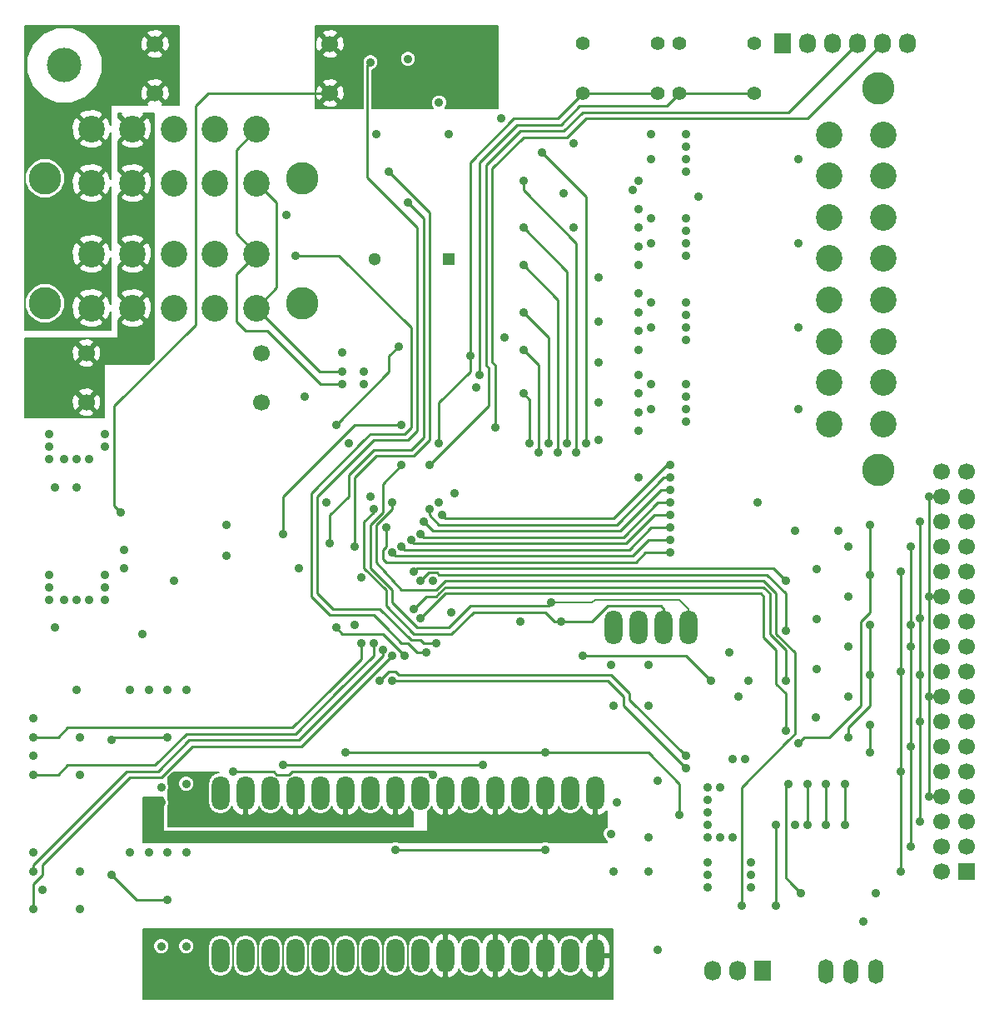
<source format=gbl>
%FSLAX46Y46*%
G04 Gerber Fmt 4.6, Leading zero omitted, Abs format (unit mm)*
G04 Created by KiCad (PCBNEW (2014-10-27 BZR 5228)-product) date 6/26/2015 11:48:30 AM*
%MOMM*%
G01*
G04 APERTURE LIST*
%ADD10C,0.100000*%
%ADD11R,1.300000X1.300000*%
%ADD12C,1.300000*%
%ADD13C,1.700000*%
%ADD14O,1.800860X3.500120*%
%ADD15R,1.727200X2.032000*%
%ADD16O,1.727200X2.032000*%
%ADD17C,2.700000*%
%ADD18C,3.300000*%
%ADD19O,1.501140X2.499360*%
%ADD20C,1.397000*%
%ADD21C,3.500000*%
%ADD22R,1.700000X1.700000*%
%ADD23C,0.889000*%
%ADD24C,0.254000*%
%ADD25C,0.203200*%
%ADD26C,0.203800*%
G04 APERTURE END LIST*
D10*
D11*
X99377500Y-104140000D03*
D12*
X91877500Y-104140000D03*
D13*
X62537500Y-113705000D03*
X62537500Y-118705000D03*
X80337500Y-118705000D03*
X80337500Y-113705000D03*
X69522500Y-82272500D03*
X69522500Y-87272500D03*
X87322500Y-87272500D03*
X87322500Y-82272500D03*
D14*
X116205000Y-141605000D03*
X118745000Y-141605000D03*
X121285000Y-141605000D03*
X123825000Y-141605000D03*
D15*
X131313679Y-176482250D03*
D16*
X128773679Y-176482250D03*
X126233679Y-176482250D03*
D17*
X71437500Y-90912500D03*
X71437500Y-96412500D03*
X75637500Y-90912500D03*
X75637500Y-96412500D03*
X79837500Y-90912500D03*
X79837500Y-96412500D03*
X67237500Y-96412500D03*
X67237500Y-90912500D03*
X63037500Y-96412500D03*
X63037500Y-90912500D03*
D18*
X84537500Y-95952500D03*
X58337500Y-95952500D03*
D17*
X71437500Y-103612500D03*
X71437500Y-109112500D03*
X75637500Y-103612500D03*
X75637500Y-109112500D03*
X79837500Y-103612500D03*
X79837500Y-109112500D03*
X67237500Y-109112500D03*
X67237500Y-103612500D03*
X63037500Y-109112500D03*
X63037500Y-103612500D03*
D18*
X84537500Y-108652500D03*
X58337500Y-108652500D03*
D17*
X138061250Y-112503750D03*
X143561250Y-112503750D03*
X138061250Y-108303750D03*
X143561250Y-108303750D03*
X138061250Y-104103750D03*
X143561250Y-104103750D03*
X143561250Y-116703750D03*
X138061250Y-116703750D03*
X143561250Y-120903750D03*
X138061250Y-120903750D03*
D18*
X143101250Y-86803750D03*
X143101250Y-125603750D03*
D17*
X138061250Y-99903750D03*
X143561250Y-99903750D03*
X138061250Y-95703750D03*
X143561250Y-95703750D03*
X143561250Y-91503750D03*
X138061250Y-91503750D03*
D14*
X76200000Y-158432500D03*
X78740000Y-158432500D03*
X81280000Y-158432500D03*
X83820000Y-158432500D03*
X86360000Y-158432500D03*
X88900000Y-158432500D03*
X91440000Y-158432500D03*
X93980000Y-158432500D03*
X96520000Y-158432500D03*
X99060000Y-158432500D03*
X101600000Y-158432500D03*
X104140000Y-158432500D03*
X106680000Y-158432500D03*
X109220000Y-158432500D03*
X111760000Y-158432500D03*
X114300000Y-158432500D03*
X76200000Y-174942500D03*
X78740000Y-174942500D03*
X81280000Y-174942500D03*
X83820000Y-174942500D03*
X86360000Y-174942500D03*
X88900000Y-174942500D03*
X91440000Y-174942500D03*
X93980000Y-174942500D03*
X96520000Y-174942500D03*
X99060000Y-174942500D03*
X101600000Y-174942500D03*
X104140000Y-174942500D03*
X106680000Y-174942500D03*
X109220000Y-174942500D03*
X111760000Y-174942500D03*
X114300000Y-174942500D03*
D15*
X133350000Y-82232500D03*
D16*
X135890000Y-82232500D03*
X138430000Y-82232500D03*
X140970000Y-82232500D03*
X143510000Y-82232500D03*
X146050000Y-82232500D03*
D19*
X140335000Y-176530000D03*
X142875000Y-176530000D03*
X137795000Y-176530000D03*
D20*
X130492500Y-82232500D03*
X130492500Y-87312500D03*
X122872500Y-82232500D03*
X122872500Y-87312500D03*
X120650000Y-82232500D03*
X120650000Y-87312500D03*
X113030000Y-82232500D03*
X113030000Y-87312500D03*
D21*
X60325000Y-84455000D03*
D22*
X152082500Y-166370000D03*
D13*
X149542500Y-166370000D03*
X152082500Y-163830000D03*
X149542500Y-163830000D03*
X152082500Y-161290000D03*
X149542500Y-161290000D03*
X152082500Y-158750000D03*
X149542500Y-158750000D03*
X152082500Y-156210000D03*
X149542500Y-156210000D03*
X152082500Y-153670000D03*
X149542500Y-153670000D03*
X152082500Y-151130000D03*
X149542500Y-151130000D03*
X152082500Y-148590000D03*
X149542500Y-148590000D03*
X152082500Y-146050000D03*
X149542500Y-146050000D03*
X152082500Y-143510000D03*
X149542500Y-143510000D03*
X152082500Y-140970000D03*
X149542500Y-140970000D03*
X152082500Y-138430000D03*
X149542500Y-138430000D03*
X152082500Y-135890000D03*
X149542500Y-135890000D03*
X152082500Y-133350000D03*
X149542500Y-133350000D03*
X152082500Y-130810000D03*
X149542500Y-130810000D03*
X152082500Y-128270000D03*
X149542500Y-128270000D03*
X152082500Y-125730000D03*
X149542500Y-125730000D03*
D23*
X98742500Y-130175000D03*
X121920000Y-125095000D03*
X121920000Y-126365000D03*
X97472500Y-129540000D03*
X121920000Y-127635000D03*
X96837500Y-130810000D03*
X121920000Y-128905000D03*
X96520000Y-132080000D03*
X121920000Y-130175000D03*
X95567500Y-132715000D03*
X121920000Y-131445000D03*
X94615000Y-133350000D03*
X121920000Y-132715000D03*
X93662500Y-133985000D03*
X121920000Y-133985000D03*
X93027500Y-131445000D03*
X116522500Y-159385000D03*
X120650000Y-157162500D03*
X66992500Y-164465000D03*
X70802500Y-164465000D03*
X66992500Y-147955000D03*
X70802500Y-147955000D03*
X120650000Y-174307500D03*
X128270000Y-162877500D03*
X125730000Y-162877500D03*
X125730000Y-161607500D03*
X127000000Y-162877500D03*
X125730000Y-157797500D03*
X125730000Y-160337500D03*
X125730000Y-159067500D03*
X127000000Y-157797500D03*
X114617500Y-122555000D03*
X118110000Y-97155000D03*
X118745000Y-104775000D03*
X120015000Y-91440000D03*
X118745000Y-121602500D03*
X114617500Y-118745000D03*
X118745000Y-117792500D03*
X114617500Y-114617500D03*
X114617500Y-110490000D03*
X118745000Y-113347500D03*
X118745000Y-109537500D03*
X114617500Y-106045000D03*
X112077500Y-100965000D03*
X118745000Y-100965000D03*
X111125000Y-97472500D03*
X112077500Y-92392500D03*
X61912500Y-170180000D03*
X61912500Y-166370000D03*
X70167500Y-173990000D03*
X72707500Y-173990000D03*
X70167500Y-157797500D03*
X72707500Y-157480000D03*
X61912500Y-156527500D03*
X61912500Y-152717500D03*
X116205000Y-149542500D03*
X119697500Y-149542500D03*
X76835000Y-134302500D03*
X76835000Y-131127500D03*
X72707500Y-164465000D03*
X68897500Y-164465000D03*
X136732670Y-150762081D03*
X136799518Y-145771010D03*
X136799518Y-140691010D03*
X136799518Y-135611010D03*
X97790000Y-136842500D03*
X91440000Y-128270000D03*
X84772500Y-118110000D03*
X90805000Y-116840000D03*
X98425000Y-128905000D03*
X102235000Y-117157500D03*
X72707500Y-147955000D03*
X95250000Y-83820000D03*
X92075000Y-91440000D03*
X61595000Y-147955000D03*
X104775000Y-89852500D03*
X82867500Y-99695000D03*
X68897500Y-147955000D03*
X68262500Y-142240000D03*
X115887500Y-145415000D03*
X119697500Y-145415000D03*
X130810000Y-128905000D03*
X129857500Y-147002500D03*
X134620000Y-161607500D03*
X71437500Y-136842500D03*
X134620000Y-131762500D03*
X99377500Y-91440000D03*
X90487500Y-136525000D03*
X119697500Y-166370000D03*
X116205000Y-166370000D03*
X119697500Y-162877500D03*
X115887500Y-162560000D03*
X130175000Y-165417500D03*
X130175000Y-167957500D03*
X130175000Y-166687500D03*
X125730000Y-167957500D03*
X125730000Y-165417500D03*
X125730000Y-166687500D03*
X123507500Y-120650000D03*
X123507500Y-119380000D03*
X123507500Y-118110000D03*
X123507500Y-116840000D03*
X123507500Y-112395000D03*
X123507500Y-111125000D03*
X123507500Y-109855000D03*
X123507500Y-108585000D03*
X123507500Y-103822500D03*
X123507500Y-102552500D03*
X123507500Y-101282500D03*
X123507500Y-100012500D03*
X123507500Y-95250000D03*
X123507500Y-93980000D03*
X123507500Y-92710000D03*
X123507500Y-91440000D03*
X120015000Y-102552500D03*
X120015000Y-100012500D03*
X120015000Y-93980000D03*
X120015000Y-108585000D03*
X120015000Y-111125000D03*
X120015000Y-119380000D03*
X120015000Y-116840000D03*
X98425000Y-88265000D03*
X142875000Y-168592500D03*
X58737500Y-136207500D03*
X58737500Y-138747500D03*
X60325000Y-138747500D03*
X58737500Y-137477500D03*
X64452500Y-136207500D03*
X64452500Y-138747500D03*
X62865000Y-138747500D03*
X61595000Y-138747500D03*
X64452500Y-137477500D03*
X59372500Y-127317500D03*
X118745000Y-96202500D03*
X118745000Y-102870000D03*
X124777500Y-97790000D03*
X118745000Y-119697500D03*
X118745000Y-115887500D03*
X118745000Y-111442500D03*
X118745000Y-107632500D03*
X118745000Y-99060000D03*
X134937500Y-119380000D03*
X134937500Y-111125000D03*
X134937500Y-102552500D03*
X134937500Y-93980000D03*
X140017500Y-148590000D03*
X140017500Y-143510000D03*
X140017500Y-138430000D03*
X140017500Y-133350000D03*
X139065000Y-131762500D03*
X128905000Y-148590000D03*
X128270000Y-154940000D03*
X129540000Y-154940000D03*
X59372500Y-141605000D03*
X90805000Y-115570000D03*
X66357500Y-133667500D03*
X93345000Y-95250000D03*
X89852500Y-133350000D03*
X95250000Y-98425000D03*
X87312500Y-133032500D03*
X77470000Y-156210000D03*
X97790000Y-156527500D03*
X122872500Y-160655000D03*
X109220000Y-154305000D03*
X88900000Y-154305000D03*
X82550000Y-155575000D03*
X102870000Y-155575000D03*
X109220000Y-164147500D03*
X93980000Y-164147500D03*
X66040000Y-129857500D03*
X101592000Y-85407500D03*
X102870000Y-85407500D03*
X100330000Y-85407500D03*
X110807500Y-140970000D03*
X91757500Y-129540000D03*
X109855000Y-139065000D03*
X94615000Y-125095000D03*
X88582500Y-116840000D03*
X88582500Y-115570000D03*
X72707500Y-159385000D03*
X71437500Y-159385000D03*
X70167500Y-162877500D03*
X68897500Y-162877500D03*
X68897500Y-159385000D03*
X70167500Y-159385000D03*
X68897500Y-175895000D03*
X70167500Y-175895000D03*
X145415000Y-146050000D03*
X145415000Y-135890000D03*
X145415000Y-156210000D03*
X145415000Y-166370000D03*
X146367500Y-141287500D03*
X146367500Y-143510000D03*
X146367500Y-133350000D03*
X146367500Y-153670000D03*
X146367500Y-163830000D03*
X147320000Y-146367500D03*
X147320000Y-140652500D03*
X147320000Y-151130000D03*
X147320000Y-130810000D03*
X147320000Y-161290000D03*
X148272500Y-148590000D03*
X148272500Y-138430000D03*
X148272500Y-128270000D03*
X148272500Y-158750000D03*
X104140000Y-121285000D03*
X113347500Y-122872500D03*
X108902500Y-93345000D03*
X107632500Y-122872500D03*
X106997500Y-117792500D03*
X106997500Y-96202500D03*
X112395000Y-123825000D03*
X108585000Y-123825000D03*
X106997500Y-113347500D03*
X111442500Y-122872500D03*
X106997500Y-100965000D03*
X109537500Y-122872500D03*
X106997500Y-109537500D03*
X110490000Y-123825000D03*
X106997500Y-104775000D03*
X92392500Y-147002500D03*
X123507500Y-154622500D03*
X93662500Y-147002500D03*
X123507500Y-155892500D03*
X94932500Y-144462500D03*
X87947500Y-141605000D03*
X65087500Y-153035000D03*
X70802500Y-152717500D03*
X65087500Y-166687500D03*
X70802500Y-169227500D03*
X90487500Y-143192500D03*
X57150000Y-152717500D03*
X91757500Y-143192500D03*
X57150000Y-156527500D03*
X92710000Y-143827500D03*
X57150000Y-166370000D03*
X93662500Y-144462500D03*
X57150000Y-170180000D03*
X139700000Y-161607500D03*
X139700000Y-157480000D03*
X137795000Y-161607500D03*
X137795000Y-157480000D03*
X142240000Y-154305000D03*
X142240000Y-151447500D03*
X95885000Y-135890000D03*
X133667500Y-136842500D03*
X135890000Y-161607500D03*
X135890000Y-157480000D03*
X142240000Y-146367500D03*
X142240000Y-141287500D03*
X140017500Y-152717500D03*
X96520000Y-136842500D03*
X133667500Y-141922500D03*
X135255000Y-168592500D03*
X133985000Y-157480000D03*
X142240000Y-131127500D03*
X142240000Y-136207500D03*
X134937500Y-153352500D03*
X133667500Y-147002500D03*
X95885000Y-139700000D03*
X96520000Y-140652500D03*
X133667500Y-152082500D03*
X101600000Y-113982500D03*
X82550000Y-132080000D03*
X94615000Y-120967500D03*
X98425000Y-122872500D03*
X102552500Y-115887500D03*
X83820000Y-103822500D03*
X97155000Y-144145000D03*
X91440000Y-84137500D03*
X98107500Y-143192500D03*
X126047500Y-147002500D03*
X113030000Y-144462500D03*
X129222500Y-169862500D03*
X93662500Y-128905000D03*
X97472500Y-125095000D03*
X132715000Y-161607500D03*
X132715000Y-169862500D03*
X94297500Y-113030000D03*
X87947500Y-120967500D03*
X66357500Y-135572500D03*
X99695000Y-140017500D03*
X106680000Y-140970000D03*
X89852500Y-141287500D03*
X141605000Y-171450000D03*
X100012500Y-127952500D03*
X118745000Y-126365000D03*
X84137500Y-135572500D03*
X57150000Y-154622500D03*
X57150000Y-150812500D03*
X57150000Y-164465000D03*
X58102500Y-168275000D03*
X105092500Y-112077500D03*
X88582500Y-113665000D03*
X127952500Y-144145000D03*
X89217500Y-122872500D03*
X86995000Y-128905000D03*
X61595000Y-127317500D03*
X64452500Y-123190000D03*
X58737500Y-123190000D03*
X60325000Y-124460000D03*
X58737500Y-124460000D03*
X58737500Y-121920000D03*
X61595000Y-124460000D03*
X62865000Y-124460000D03*
X64452500Y-121920000D03*
D24*
X116205000Y-130492500D02*
X99060000Y-130492500D01*
X99060000Y-130492500D02*
X98742500Y-130175000D01*
X121920000Y-125095000D02*
X121602500Y-125095000D01*
X121602500Y-125095000D02*
X116205000Y-130492500D01*
X116205000Y-130492500D02*
X116205000Y-130492500D01*
X121920000Y-126365000D02*
X121285000Y-126365000D01*
X121285000Y-126365000D02*
X116522500Y-131127500D01*
X116522500Y-131127500D02*
X101600000Y-131127500D01*
X101600000Y-131127500D02*
X101600000Y-131127500D01*
X101600000Y-131127500D02*
X98425000Y-131127500D01*
X98425000Y-131127500D02*
X97472500Y-130175000D01*
X97472500Y-130175000D02*
X97472500Y-129540000D01*
X121920000Y-127635000D02*
X120967500Y-127635000D01*
X120967500Y-127635000D02*
X116840000Y-131762500D01*
X116840000Y-131762500D02*
X111671098Y-131762500D01*
X111671098Y-131762500D02*
X101511098Y-131762500D01*
X101511098Y-131762500D02*
X97790000Y-131762500D01*
X97790000Y-131762500D02*
X96837500Y-130810000D01*
X96837500Y-130810000D02*
X96837500Y-130810000D01*
X121920000Y-128905000D02*
X120650000Y-128905000D01*
X120650000Y-128905000D02*
X117157500Y-132397500D01*
X117157500Y-132397500D02*
X111442500Y-132397500D01*
X111442500Y-132397500D02*
X101282500Y-132397500D01*
X101282500Y-132397500D02*
X96837500Y-132397500D01*
X96837500Y-132397500D02*
X96520000Y-132080000D01*
X121920000Y-130175000D02*
X120332500Y-130175000D01*
X120332500Y-130175000D02*
X117475000Y-133032500D01*
X117475000Y-133032500D02*
X111125000Y-133032500D01*
X111125000Y-133032500D02*
X100965000Y-133032500D01*
X100965000Y-133032500D02*
X95885000Y-133032500D01*
X95885000Y-133032500D02*
X95567500Y-132715000D01*
X121920000Y-131445000D02*
X120015000Y-131445000D01*
X120015000Y-131445000D02*
X117792500Y-133667500D01*
X117792500Y-133667500D02*
X110807500Y-133667500D01*
X110807500Y-133667500D02*
X100647500Y-133667500D01*
X100647500Y-133667500D02*
X94932500Y-133667500D01*
X94932500Y-133667500D02*
X94615000Y-133350000D01*
X121920000Y-132715000D02*
X119697500Y-132715000D01*
X119697500Y-132715000D02*
X118110000Y-134302500D01*
X118110000Y-134302500D02*
X110490000Y-134302500D01*
X110490000Y-134302500D02*
X100330000Y-134302500D01*
X100330000Y-134302500D02*
X93980000Y-134302500D01*
X93980000Y-134302500D02*
X93662500Y-133985000D01*
X92710000Y-134620000D02*
X92710000Y-133667500D01*
X121920000Y-133985000D02*
X119380000Y-133985000D01*
X119380000Y-133985000D02*
X118427500Y-134937500D01*
X118427500Y-134937500D02*
X110172500Y-134937500D01*
X110172500Y-134937500D02*
X100012500Y-134937500D01*
X100012500Y-134937500D02*
X93027500Y-134937500D01*
X93027500Y-134937500D02*
X92710000Y-134620000D01*
X93027500Y-133350000D02*
X93027500Y-131445000D01*
X92710000Y-133667500D02*
X93027500Y-133350000D01*
X95885000Y-124142500D02*
X97472500Y-122555000D01*
X97472500Y-122555000D02*
X97472500Y-99377500D01*
X97472500Y-99377500D02*
X93345000Y-95250000D01*
X89852500Y-126365000D02*
X92075000Y-124142500D01*
X89852500Y-133032500D02*
X89852500Y-126365000D01*
X92075000Y-124142500D02*
X95885000Y-124142500D01*
X89852500Y-133032500D02*
X89852500Y-133350000D01*
X91757500Y-123507500D02*
X95567500Y-123507500D01*
X95567500Y-123507500D02*
X96837500Y-122237500D01*
X96837500Y-122237500D02*
X96837500Y-100012500D01*
X96837500Y-100012500D02*
X95250000Y-98425000D01*
X89217500Y-126047500D02*
X91757500Y-123507500D01*
X89217500Y-128270000D02*
X89217500Y-126047500D01*
X87312500Y-130175000D02*
X89217500Y-128270000D01*
X87312500Y-133032500D02*
X87312500Y-130175000D01*
X91757500Y-123507500D02*
X91757500Y-123507500D01*
X97472500Y-156210000D02*
X97790000Y-156527500D01*
X97472500Y-156210000D02*
X83502500Y-156210000D01*
X83502500Y-156210000D02*
X83185000Y-156527500D01*
X83185000Y-156527500D02*
X81915000Y-156527500D01*
X81915000Y-156527500D02*
X81597500Y-156210000D01*
X77470000Y-156210000D02*
X81597500Y-156210000D01*
X122872500Y-160655000D02*
X122872500Y-157480000D01*
X122872500Y-157480000D02*
X119697500Y-154305000D01*
X119697500Y-154305000D02*
X109220000Y-154305000D01*
X109220000Y-154305000D02*
X88900000Y-154305000D01*
X102870000Y-155575000D02*
X82550000Y-155575000D01*
X109220000Y-164147500D02*
X93980000Y-164147500D01*
X87322500Y-87272500D02*
X74970000Y-87272500D01*
X73660000Y-88582500D02*
X74970000Y-87272500D01*
X73660000Y-92710000D02*
X73660000Y-88582500D01*
X73660000Y-110807500D02*
X73660000Y-94615000D01*
X65405000Y-119062500D02*
X73660000Y-110807500D01*
X65405000Y-129222500D02*
X65405000Y-119062500D01*
X66040000Y-129857500D02*
X65405000Y-129222500D01*
X73660000Y-94615000D02*
X73660000Y-92710000D01*
X121285000Y-139700000D02*
X120967500Y-139382500D01*
X120967500Y-139382500D02*
X115570000Y-139382500D01*
X115570000Y-139382500D02*
X113982500Y-140970000D01*
X113982500Y-140970000D02*
X110807500Y-140970000D01*
X121285000Y-141605000D02*
X121285000Y-139700000D01*
X110807500Y-140970000D02*
X110172500Y-140970000D01*
X90805000Y-130810000D02*
X91757500Y-129857500D01*
X90805000Y-135572500D02*
X90805000Y-130810000D01*
X93027500Y-137795000D02*
X90805000Y-135572500D01*
X93027500Y-139382500D02*
X93027500Y-137795000D01*
X95885000Y-142240000D02*
X93027500Y-139382500D01*
X99695000Y-142240000D02*
X95885000Y-142240000D01*
X101917500Y-140017500D02*
X99695000Y-142240000D01*
X109220000Y-140017500D02*
X101917500Y-140017500D01*
X110172500Y-140970000D02*
X109220000Y-140017500D01*
X91757500Y-129857500D02*
X91757500Y-129540000D01*
D25*
X123825000Y-139700000D02*
X122872500Y-138747500D01*
X122872500Y-138747500D02*
X114300000Y-138747500D01*
X114300000Y-138747500D02*
X113982500Y-139065000D01*
X113982500Y-139065000D02*
X111760000Y-139065000D01*
X111760000Y-139065000D02*
X110807500Y-139065000D01*
X110807500Y-139065000D02*
X109855000Y-139065000D01*
X123825000Y-141605000D02*
X123825000Y-139700000D01*
D24*
X109537500Y-139382500D02*
X101600000Y-139382500D01*
X101600000Y-139382500D02*
X99377500Y-141605000D01*
X99377500Y-141605000D02*
X96202500Y-141605000D01*
X96202500Y-141605000D02*
X93662500Y-139065000D01*
X93662500Y-139065000D02*
X93662500Y-137795000D01*
X93662500Y-137795000D02*
X91440000Y-135572500D01*
X91440000Y-135572500D02*
X91440000Y-131127500D01*
X91440000Y-131127500D02*
X92710000Y-129857500D01*
X92710000Y-129857500D02*
X92710000Y-127000000D01*
X92710000Y-127000000D02*
X94615000Y-125095000D01*
X109855000Y-139065000D02*
X109537500Y-139382500D01*
X79837500Y-90912500D02*
X79837500Y-90977500D01*
X79837500Y-90977500D02*
X77787500Y-93027500D01*
X77787500Y-93027500D02*
X77787500Y-101562500D01*
X77787500Y-101562500D02*
X79837500Y-103612500D01*
X88582500Y-116840000D02*
X86360000Y-116840000D01*
X86360000Y-116840000D02*
X80962500Y-111442500D01*
X80962500Y-111442500D02*
X78740000Y-111442500D01*
X78740000Y-111442500D02*
X77787500Y-110490000D01*
X77787500Y-110490000D02*
X77787500Y-105662500D01*
X77787500Y-105662500D02*
X79837500Y-103612500D01*
X79837500Y-96412500D02*
X79902500Y-96412500D01*
X79902500Y-96412500D02*
X81915000Y-98425000D01*
X81915000Y-98425000D02*
X81915000Y-107035000D01*
X81915000Y-107035000D02*
X79837500Y-109112500D01*
X88582500Y-115570000D02*
X86295000Y-115570000D01*
X86295000Y-115570000D02*
X79837500Y-109112500D01*
X145415000Y-135890000D02*
X145415000Y-146050000D01*
X145415000Y-146050000D02*
X145415000Y-156210000D01*
X145415000Y-166370000D02*
X145415000Y-156210000D01*
X146367500Y-133350000D02*
X146367500Y-141287500D01*
X146367500Y-141287500D02*
X146367500Y-142240000D01*
X146367500Y-142240000D02*
X146367500Y-143510000D01*
X146367500Y-143510000D02*
X146367500Y-153670000D01*
X146367500Y-163830000D02*
X146367500Y-153670000D01*
X147320000Y-130810000D02*
X147320000Y-140652500D01*
X147320000Y-161290000D02*
X147320000Y-151130000D01*
X147320000Y-148272500D02*
X147320000Y-146367500D01*
X147320000Y-151130000D02*
X147320000Y-148272500D01*
X147320000Y-146367500D02*
X147320000Y-140652500D01*
X147320000Y-140652500D02*
X147320000Y-140652500D01*
X148272500Y-138430000D02*
X148272500Y-128270000D01*
X148272500Y-148590000D02*
X148272500Y-138430000D01*
X148272500Y-153352500D02*
X148272500Y-148590000D01*
X148272500Y-158750000D02*
X148272500Y-153352500D01*
X135890000Y-89852500D02*
X113347500Y-89852500D01*
X113347500Y-89852500D02*
X111442500Y-91757500D01*
X111442500Y-91757500D02*
X106997500Y-91757500D01*
X106997500Y-91757500D02*
X103822500Y-94932500D01*
X103822500Y-94932500D02*
X103822500Y-114617500D01*
X103822500Y-114617500D02*
X104140000Y-114935000D01*
X104140000Y-114935000D02*
X104140000Y-121285000D01*
X143510000Y-82232500D02*
X135890000Y-89852500D01*
X113347500Y-122872500D02*
X113347500Y-99060000D01*
X113347500Y-97790000D02*
X108902500Y-93345000D01*
X113347500Y-99060000D02*
X113347500Y-97790000D01*
X107632500Y-122872500D02*
X107632500Y-118427500D01*
X107632500Y-118427500D02*
X106997500Y-117792500D01*
X112395000Y-123825000D02*
X112395000Y-102552500D01*
X106997500Y-97155000D02*
X106997500Y-96202500D01*
X112395000Y-102552500D02*
X106997500Y-97155000D01*
X108585000Y-123825000D02*
X108585000Y-114935000D01*
X108585000Y-114935000D02*
X106997500Y-113347500D01*
X111442500Y-122872500D02*
X111442500Y-105410000D01*
X111442500Y-105410000D02*
X106997500Y-100965000D01*
X109537500Y-122872500D02*
X109537500Y-112077500D01*
X109537500Y-112077500D02*
X106997500Y-109537500D01*
X110490000Y-123825000D02*
X110490000Y-108267500D01*
X110490000Y-108267500D02*
X106997500Y-104775000D01*
X93345000Y-146050000D02*
X92392500Y-147002500D01*
X93980000Y-146050000D02*
X93345000Y-146050000D01*
X94297500Y-146367500D02*
X93980000Y-146050000D01*
X115887500Y-146367500D02*
X94297500Y-146367500D01*
X117792500Y-148272500D02*
X115887500Y-146367500D01*
X117792500Y-148907500D02*
X117792500Y-148272500D01*
X123507500Y-154622500D02*
X117792500Y-148907500D01*
X115570000Y-147002500D02*
X93662500Y-147002500D01*
X117157500Y-148590000D02*
X115570000Y-147002500D01*
X117157500Y-149542500D02*
X117157500Y-148590000D01*
X123507500Y-155892500D02*
X117157500Y-149542500D01*
X94932500Y-144462500D02*
X92710000Y-142240000D01*
X88582500Y-142240000D02*
X87947500Y-141605000D01*
X92710000Y-142240000D02*
X88582500Y-142240000D01*
X65087500Y-153035000D02*
X65405000Y-152717500D01*
X65405000Y-152717500D02*
X70802500Y-152717500D01*
X65087500Y-166687500D02*
X67627500Y-169227500D01*
X67627500Y-169227500D02*
X70802500Y-169227500D01*
X90487500Y-143192500D02*
X90487500Y-144462500D01*
X90487500Y-144462500D02*
X90487500Y-144780000D01*
X90487500Y-144780000D02*
X87630000Y-147637500D01*
X59690000Y-152717500D02*
X57150000Y-152717500D01*
X60642500Y-151765000D02*
X59690000Y-152717500D01*
X83502500Y-151765000D02*
X60642500Y-151765000D01*
X87630000Y-147637500D02*
X83502500Y-151765000D01*
X91757500Y-143192500D02*
X91757500Y-144145000D01*
X91757500Y-144145000D02*
X91757500Y-144462500D01*
X91757500Y-144462500D02*
X88265000Y-147955000D01*
X59690000Y-156527500D02*
X57150000Y-156527500D01*
X60642500Y-155575000D02*
X59690000Y-156527500D01*
X69532500Y-155575000D02*
X60642500Y-155575000D01*
X72707500Y-152400000D02*
X69532500Y-155575000D01*
X83820000Y-152400000D02*
X72707500Y-152400000D01*
X88265000Y-147955000D02*
X83820000Y-152400000D01*
X92710000Y-143827500D02*
X92710000Y-144462500D01*
X92710000Y-144462500D02*
X88900000Y-148272500D01*
X57150000Y-165735000D02*
X57150000Y-166370000D01*
X88900000Y-148272500D02*
X84137500Y-153035000D01*
X84137500Y-153035000D02*
X73025000Y-153035000D01*
X73025000Y-153035000D02*
X69850000Y-156210000D01*
X69850000Y-156210000D02*
X66675000Y-156210000D01*
X66675000Y-156210000D02*
X57150000Y-165735000D01*
X93662500Y-144462500D02*
X89535000Y-148590000D01*
X58102500Y-165735000D02*
X58102500Y-166687500D01*
X70167500Y-156845000D02*
X66992500Y-156845000D01*
X66992500Y-156845000D02*
X58102500Y-165735000D01*
X73342500Y-153670000D02*
X70485000Y-156527500D01*
X84455000Y-153670000D02*
X73342500Y-153670000D01*
X89535000Y-148590000D02*
X84455000Y-153670000D01*
X70485000Y-156527500D02*
X70167500Y-156845000D01*
X57150000Y-167640000D02*
X57150000Y-170180000D01*
X58102500Y-166687500D02*
X57150000Y-167640000D01*
X139700000Y-161607500D02*
X139700000Y-157480000D01*
X137795000Y-161607500D02*
X137795000Y-157480000D01*
X142240000Y-154305000D02*
X142240000Y-151447500D01*
X95885000Y-135890000D02*
X96202500Y-135572500D01*
X96202500Y-135572500D02*
X132397500Y-135572500D01*
X132397500Y-135572500D02*
X133667500Y-136842500D01*
X135890000Y-161607500D02*
X135890000Y-157480000D01*
X142240000Y-146367500D02*
X142240000Y-141287500D01*
X140017500Y-152717500D02*
X140017500Y-151765000D01*
X140017500Y-151765000D02*
X142240000Y-149542500D01*
X142240000Y-149542500D02*
X142240000Y-146367500D01*
X96520000Y-136842500D02*
X97383598Y-135978902D01*
X97383598Y-135978902D02*
X98196402Y-135978902D01*
X98196402Y-135978902D02*
X98425000Y-136207500D01*
X98425000Y-136207500D02*
X131762500Y-136207500D01*
X131762500Y-136207500D02*
X133667500Y-138112500D01*
X133667500Y-138112500D02*
X133667500Y-141922500D01*
X135255000Y-168592500D02*
X134302500Y-167640000D01*
X134302500Y-167640000D02*
X133667500Y-167005000D01*
X133667500Y-167005000D02*
X133667500Y-157797500D01*
X133667500Y-157797500D02*
X133985000Y-157480000D01*
X142240000Y-131127500D02*
X142240000Y-136207500D01*
X142240000Y-140017500D02*
X141287500Y-140970000D01*
X141287500Y-140970000D02*
X141287500Y-149542500D01*
X141287500Y-149542500D02*
X138112500Y-152717500D01*
X138112500Y-152717500D02*
X135572500Y-152717500D01*
X135572500Y-152717500D02*
X134937500Y-153352500D01*
X142240000Y-136207500D02*
X142240000Y-140017500D01*
X98425000Y-138112500D02*
X98107500Y-138430000D01*
X98107500Y-138430000D02*
X97155000Y-138430000D01*
X97155000Y-138430000D02*
X95885000Y-139700000D01*
X133667500Y-143827500D02*
X133667500Y-147002500D01*
X132080000Y-142240000D02*
X133667500Y-143827500D01*
X132080000Y-138112500D02*
X132080000Y-142240000D01*
X131445000Y-137477500D02*
X132080000Y-138112500D01*
X114617500Y-137477500D02*
X131445000Y-137477500D01*
X113982500Y-137477500D02*
X114617500Y-137477500D01*
X107632500Y-137477500D02*
X108267500Y-137477500D01*
X108267500Y-137477500D02*
X108902500Y-137477500D01*
X108902500Y-137477500D02*
X111125000Y-137477500D01*
X111125000Y-137477500D02*
X112395000Y-137477500D01*
X112395000Y-137477500D02*
X113982500Y-137477500D01*
X106362500Y-137477500D02*
X107632500Y-137477500D01*
X100330000Y-137477500D02*
X106362500Y-137477500D01*
X99060000Y-137477500D02*
X100330000Y-137477500D01*
X99060000Y-137477500D02*
X98425000Y-138112500D01*
X98425000Y-138747500D02*
X96520000Y-140652500D01*
X113982500Y-138112500D02*
X114935000Y-138112500D01*
X99060000Y-138112500D02*
X104775000Y-138112500D01*
X104775000Y-138112500D02*
X107315000Y-138112500D01*
X107315000Y-138112500D02*
X108585000Y-138112500D01*
X108585000Y-138112500D02*
X109220000Y-138112500D01*
X109220000Y-138112500D02*
X110807500Y-138112500D01*
X110807500Y-138112500D02*
X111760000Y-138112500D01*
X111760000Y-138112500D02*
X113982500Y-138112500D01*
X133667500Y-148272500D02*
X133667500Y-152082500D01*
X132715000Y-147320000D02*
X133667500Y-148272500D01*
X132715000Y-143827500D02*
X132715000Y-147320000D01*
X131445000Y-142557500D02*
X132715000Y-143827500D01*
X131445000Y-138430000D02*
X131445000Y-142557500D01*
X131127500Y-138112500D02*
X131445000Y-138430000D01*
X114935000Y-138112500D02*
X131127500Y-138112500D01*
X99060000Y-138112500D02*
X98425000Y-138747500D01*
X120650000Y-87312500D02*
X113030000Y-87312500D01*
X110490000Y-89852500D02*
X106045000Y-89852500D01*
X113030000Y-87312500D02*
X110490000Y-89852500D01*
X101600000Y-94297500D02*
X101600000Y-113982500D01*
X106045000Y-89852500D02*
X101600000Y-94297500D01*
X82550000Y-131445000D02*
X82550000Y-128270000D01*
X82550000Y-132080000D02*
X82550000Y-131445000D01*
X82550000Y-128270000D02*
X82550000Y-128270000D01*
X82550000Y-128270000D02*
X89852500Y-120967500D01*
X89852500Y-120967500D02*
X94615000Y-120967500D01*
X101600000Y-113982500D02*
X101600000Y-115570000D01*
X101600000Y-115570000D02*
X98425000Y-118745000D01*
X98425000Y-118745000D02*
X98425000Y-122872500D01*
X130492500Y-87312500D02*
X122872500Y-87312500D01*
X121602500Y-88582500D02*
X112712500Y-88582500D01*
X112712500Y-88582500D02*
X110807500Y-90487500D01*
X110807500Y-90487500D02*
X107950000Y-90487500D01*
X102552500Y-95885000D02*
X102552500Y-115887500D01*
X122872500Y-87312500D02*
X121602500Y-88582500D01*
X106362500Y-90487500D02*
X102552500Y-94297500D01*
X102552500Y-94297500D02*
X102552500Y-95885000D01*
X107950000Y-90487500D02*
X106362500Y-90487500D01*
X95567500Y-121285000D02*
X95567500Y-111125000D01*
X95567500Y-111125000D02*
X88265000Y-103822500D01*
X88265000Y-103822500D02*
X83820000Y-103822500D01*
X91440000Y-121920000D02*
X94932500Y-121920000D01*
X94932500Y-121920000D02*
X95567500Y-121285000D01*
X85407500Y-127952500D02*
X90805000Y-122555000D01*
X85407500Y-138430000D02*
X85407500Y-127952500D01*
X87312500Y-140335000D02*
X85407500Y-138430000D01*
X91757500Y-140335000D02*
X87312500Y-140335000D01*
X93027500Y-141605000D02*
X91757500Y-140335000D01*
X94615000Y-143192500D02*
X93027500Y-141605000D01*
X97155000Y-144145000D02*
X96202500Y-144145000D01*
X96202500Y-144145000D02*
X95250000Y-143192500D01*
X95250000Y-143192500D02*
X94615000Y-143192500D01*
X90805000Y-122555000D02*
X91440000Y-121920000D01*
X86042500Y-128270000D02*
X91757500Y-122555000D01*
X91757500Y-122555000D02*
X95250000Y-122555000D01*
X95250000Y-122555000D02*
X96202500Y-121602500D01*
X96202500Y-121602500D02*
X96202500Y-100965000D01*
X96202500Y-100965000D02*
X91122500Y-95885000D01*
X91122500Y-95885000D02*
X91122500Y-84455000D01*
X91122500Y-84455000D02*
X91440000Y-84137500D01*
X86677500Y-138747500D02*
X86042500Y-138112500D01*
X98107500Y-143192500D02*
X96837500Y-143192500D01*
X96837500Y-143192500D02*
X96520000Y-142875000D01*
X96520000Y-142875000D02*
X95567500Y-142875000D01*
X95567500Y-142875000D02*
X92392500Y-139700000D01*
X92392500Y-139700000D02*
X87630000Y-139700000D01*
X87630000Y-139700000D02*
X86677500Y-138747500D01*
X86042500Y-128905000D02*
X86042500Y-128587500D01*
X86042500Y-138112500D02*
X86042500Y-128905000D01*
X86042500Y-128587500D02*
X86042500Y-128270000D01*
X123507500Y-144462500D02*
X126047500Y-147002500D01*
X113982500Y-144462500D02*
X123507500Y-144462500D01*
X113030000Y-144462500D02*
X113982500Y-144462500D01*
X131445000Y-136842500D02*
X132715000Y-138112500D01*
X132715000Y-138112500D02*
X132715000Y-142240000D01*
X132715000Y-142240000D02*
X134620000Y-144145000D01*
X134620000Y-144145000D02*
X134620000Y-152400000D01*
X134620000Y-152400000D02*
X133985000Y-153035000D01*
X133985000Y-153035000D02*
X133985000Y-153035000D01*
X133985000Y-153035000D02*
X129222500Y-157797500D01*
X129222500Y-157797500D02*
X129222500Y-169862500D01*
X96837500Y-137795000D02*
X98107500Y-137795000D01*
X93662500Y-128905000D02*
X93662500Y-129540000D01*
X93662500Y-129540000D02*
X92710000Y-130492500D01*
X92710000Y-130492500D02*
X92075000Y-131127500D01*
X92075000Y-131127500D02*
X92075000Y-134937500D01*
X92075000Y-134937500D02*
X94615000Y-137795000D01*
X94615000Y-137795000D02*
X96837500Y-137795000D01*
X99060000Y-136842500D02*
X106997500Y-136842500D01*
X98107500Y-137795000D02*
X99060000Y-136842500D01*
X106997500Y-136842500D02*
X131445000Y-136842500D01*
X106680000Y-91122500D02*
X103187500Y-94615000D01*
X103187500Y-94615000D02*
X103187500Y-114935000D01*
X103187500Y-114935000D02*
X103505000Y-115252500D01*
X103505000Y-115252500D02*
X103505000Y-119062500D01*
X103505000Y-119062500D02*
X97472500Y-125095000D01*
X140970000Y-82232500D02*
X133985000Y-89217500D01*
X111125000Y-91122500D02*
X108267500Y-91122500D01*
X113030000Y-89217500D02*
X111125000Y-91122500D01*
X133985000Y-89217500D02*
X113030000Y-89217500D01*
X108267500Y-91122500D02*
X106680000Y-91122500D01*
X132715000Y-161607500D02*
X132715000Y-169862500D01*
X87947500Y-120967500D02*
X87947500Y-120967500D01*
X93345000Y-115570000D02*
X87947500Y-120967500D01*
X93345000Y-113982500D02*
X93345000Y-115570000D01*
X94297500Y-113030000D02*
X93345000Y-113982500D01*
X87947500Y-120967500D02*
X87947500Y-120967500D01*
D26*
G36*
X71970600Y-88480600D02*
X70997805Y-88480600D01*
X70997805Y-87470268D01*
X70997805Y-82470268D01*
X70961186Y-81890639D01*
X70809821Y-81525212D01*
X70568622Y-81441480D01*
X70353520Y-81656582D01*
X70353520Y-81226378D01*
X70269788Y-80985179D01*
X69720268Y-80797195D01*
X69140639Y-80833814D01*
X68775212Y-80985179D01*
X68691480Y-81226378D01*
X69522500Y-82057398D01*
X70353520Y-81226378D01*
X70353520Y-81656582D01*
X69737602Y-82272500D01*
X70568622Y-83103520D01*
X70809821Y-83019788D01*
X70997805Y-82470268D01*
X70997805Y-87470268D01*
X70961186Y-86890639D01*
X70809821Y-86525212D01*
X70568622Y-86441480D01*
X70353520Y-86656582D01*
X70353520Y-86226378D01*
X70353520Y-83318622D01*
X69522500Y-82487602D01*
X69307398Y-82702704D01*
X69307398Y-82272500D01*
X68476378Y-81441480D01*
X68235179Y-81525212D01*
X68047195Y-82074732D01*
X68083814Y-82654361D01*
X68235179Y-83019788D01*
X68476378Y-83103520D01*
X69307398Y-82272500D01*
X69307398Y-82702704D01*
X68691480Y-83318622D01*
X68775212Y-83559821D01*
X69324732Y-83747805D01*
X69904361Y-83711186D01*
X70269788Y-83559821D01*
X70353520Y-83318622D01*
X70353520Y-86226378D01*
X70269788Y-85985179D01*
X69720268Y-85797195D01*
X69140639Y-85833814D01*
X68775212Y-85985179D01*
X68691480Y-86226378D01*
X69522500Y-87057398D01*
X70353520Y-86226378D01*
X70353520Y-86656582D01*
X69737602Y-87272500D01*
X70568622Y-88103520D01*
X70809821Y-88019788D01*
X70997805Y-87470268D01*
X70997805Y-88480600D01*
X70297289Y-88480600D01*
X70353520Y-88318622D01*
X69522500Y-87487602D01*
X69307398Y-87702704D01*
X69307398Y-87272500D01*
X68476378Y-86441480D01*
X68235179Y-86525212D01*
X68047195Y-87074732D01*
X68083814Y-87654361D01*
X68235179Y-88019788D01*
X68476378Y-88103520D01*
X69307398Y-87272500D01*
X69307398Y-87702704D01*
X68691480Y-88318622D01*
X68747710Y-88480600D01*
X64985600Y-88480600D01*
X64985600Y-90556842D01*
X64981675Y-90450577D01*
X64738868Y-89864390D01*
X64445806Y-89719296D01*
X64230704Y-89934398D01*
X64230704Y-89504194D01*
X64177567Y-89396867D01*
X64177567Y-83692171D01*
X63592386Y-82275925D01*
X62509775Y-81191422D01*
X61094552Y-80603770D01*
X59562171Y-80602433D01*
X58145925Y-81187614D01*
X57061422Y-82270225D01*
X56473770Y-83685448D01*
X56472433Y-85217829D01*
X57057614Y-86634075D01*
X58140225Y-87718578D01*
X59555448Y-88306230D01*
X61087829Y-88307567D01*
X62504075Y-87722386D01*
X63588578Y-86639775D01*
X64176230Y-85224552D01*
X64177567Y-83692171D01*
X64177567Y-89396867D01*
X64085610Y-89211132D01*
X63354742Y-88939546D01*
X62575577Y-88968325D01*
X61989390Y-89211132D01*
X61844296Y-89504194D01*
X63037500Y-90697398D01*
X64230704Y-89504194D01*
X64230704Y-89934398D01*
X63252602Y-90912500D01*
X64445806Y-92105704D01*
X64738868Y-91960610D01*
X64985600Y-91296626D01*
X64985600Y-96056842D01*
X64981675Y-95950577D01*
X64738868Y-95364390D01*
X64445806Y-95219296D01*
X64230704Y-95434398D01*
X64230704Y-95004194D01*
X64230704Y-92320806D01*
X63037500Y-91127602D01*
X62822398Y-91342704D01*
X62822398Y-90912500D01*
X61629194Y-89719296D01*
X61336132Y-89864390D01*
X61064546Y-90595258D01*
X61093325Y-91374423D01*
X61336132Y-91960610D01*
X61629194Y-92105704D01*
X62822398Y-90912500D01*
X62822398Y-91342704D01*
X61844296Y-92320806D01*
X61989390Y-92613868D01*
X62720258Y-92885454D01*
X63499423Y-92856675D01*
X64085610Y-92613868D01*
X64230704Y-92320806D01*
X64230704Y-95004194D01*
X64085610Y-94711132D01*
X63354742Y-94439546D01*
X62575577Y-94468325D01*
X61989390Y-94711132D01*
X61844296Y-95004194D01*
X63037500Y-96197398D01*
X64230704Y-95004194D01*
X64230704Y-95434398D01*
X63252602Y-96412500D01*
X64445806Y-97605704D01*
X64738868Y-97460610D01*
X64985600Y-96796626D01*
X64985600Y-103256842D01*
X64981675Y-103150577D01*
X64738868Y-102564390D01*
X64445806Y-102419296D01*
X64230704Y-102634398D01*
X64230704Y-102204194D01*
X64230704Y-97820806D01*
X63037500Y-96627602D01*
X62822398Y-96842704D01*
X62822398Y-96412500D01*
X61629194Y-95219296D01*
X61336132Y-95364390D01*
X61064546Y-96095258D01*
X61093325Y-96874423D01*
X61336132Y-97460610D01*
X61629194Y-97605704D01*
X62822398Y-96412500D01*
X62822398Y-96842704D01*
X61844296Y-97820806D01*
X61989390Y-98113868D01*
X62720258Y-98385454D01*
X63499423Y-98356675D01*
X64085610Y-98113868D01*
X64230704Y-97820806D01*
X64230704Y-102204194D01*
X64085610Y-101911132D01*
X63354742Y-101639546D01*
X62575577Y-101668325D01*
X61989390Y-101911132D01*
X61844296Y-102204194D01*
X63037500Y-103397398D01*
X64230704Y-102204194D01*
X64230704Y-102634398D01*
X63252602Y-103612500D01*
X64445806Y-104805704D01*
X64738868Y-104660610D01*
X64985600Y-103996626D01*
X64985600Y-108756842D01*
X64981675Y-108650577D01*
X64738868Y-108064390D01*
X64445806Y-107919296D01*
X64230704Y-108134398D01*
X64230704Y-107704194D01*
X64230704Y-105020806D01*
X63037500Y-103827602D01*
X62822398Y-104042704D01*
X62822398Y-103612500D01*
X61629194Y-102419296D01*
X61336132Y-102564390D01*
X61064546Y-103295258D01*
X61093325Y-104074423D01*
X61336132Y-104660610D01*
X61629194Y-104805704D01*
X62822398Y-103612500D01*
X62822398Y-104042704D01*
X61844296Y-105020806D01*
X61989390Y-105313868D01*
X62720258Y-105585454D01*
X63499423Y-105556675D01*
X64085610Y-105313868D01*
X64230704Y-105020806D01*
X64230704Y-107704194D01*
X64085610Y-107411132D01*
X63354742Y-107139546D01*
X62575577Y-107168325D01*
X61989390Y-107411132D01*
X61844296Y-107704194D01*
X63037500Y-108897398D01*
X64230704Y-107704194D01*
X64230704Y-108134398D01*
X63252602Y-109112500D01*
X64445806Y-110305704D01*
X64738868Y-110160610D01*
X64985600Y-109496626D01*
X64985600Y-111340600D01*
X64230704Y-111340600D01*
X64230704Y-110520806D01*
X63037500Y-109327602D01*
X62822398Y-109542704D01*
X62822398Y-109112500D01*
X61629194Y-107919296D01*
X61336132Y-108064390D01*
X61064546Y-108795258D01*
X61093325Y-109574423D01*
X61336132Y-110160610D01*
X61629194Y-110305704D01*
X62822398Y-109112500D01*
X62822398Y-109542704D01*
X61844296Y-110520806D01*
X61989390Y-110813868D01*
X62720258Y-111085454D01*
X63499423Y-111056675D01*
X64085610Y-110813868D01*
X64230704Y-110520806D01*
X64230704Y-111340600D01*
X60343748Y-111340600D01*
X60343748Y-108255252D01*
X60343748Y-95555252D01*
X60039011Y-94817733D01*
X59475235Y-94252972D01*
X58738249Y-93946949D01*
X57940252Y-93946252D01*
X57202733Y-94250989D01*
X56637972Y-94814765D01*
X56331949Y-95551751D01*
X56331252Y-96349748D01*
X56635989Y-97087267D01*
X57199765Y-97652028D01*
X57936751Y-97958051D01*
X58734748Y-97958748D01*
X59472267Y-97654011D01*
X60037028Y-97090235D01*
X60343051Y-96353249D01*
X60343748Y-95555252D01*
X60343748Y-108255252D01*
X60039011Y-107517733D01*
X59475235Y-106952972D01*
X58738249Y-106646949D01*
X57940252Y-106646252D01*
X57202733Y-106950989D01*
X56637972Y-107514765D01*
X56331949Y-108251751D01*
X56331252Y-109049748D01*
X56635989Y-109787267D01*
X57199765Y-110352028D01*
X57936751Y-110658051D01*
X58734748Y-110658748D01*
X59472267Y-110354011D01*
X60037028Y-109790235D01*
X60343051Y-109053249D01*
X60343748Y-108255252D01*
X60343748Y-111340600D01*
X56285900Y-111340600D01*
X56285900Y-80415900D01*
X71970600Y-80415900D01*
X71970600Y-80962500D01*
X71970600Y-88480600D01*
X71970600Y-88480600D01*
G37*
X71970600Y-88480600D02*
X70997805Y-88480600D01*
X70997805Y-87470268D01*
X70997805Y-82470268D01*
X70961186Y-81890639D01*
X70809821Y-81525212D01*
X70568622Y-81441480D01*
X70353520Y-81656582D01*
X70353520Y-81226378D01*
X70269788Y-80985179D01*
X69720268Y-80797195D01*
X69140639Y-80833814D01*
X68775212Y-80985179D01*
X68691480Y-81226378D01*
X69522500Y-82057398D01*
X70353520Y-81226378D01*
X70353520Y-81656582D01*
X69737602Y-82272500D01*
X70568622Y-83103520D01*
X70809821Y-83019788D01*
X70997805Y-82470268D01*
X70997805Y-87470268D01*
X70961186Y-86890639D01*
X70809821Y-86525212D01*
X70568622Y-86441480D01*
X70353520Y-86656582D01*
X70353520Y-86226378D01*
X70353520Y-83318622D01*
X69522500Y-82487602D01*
X69307398Y-82702704D01*
X69307398Y-82272500D01*
X68476378Y-81441480D01*
X68235179Y-81525212D01*
X68047195Y-82074732D01*
X68083814Y-82654361D01*
X68235179Y-83019788D01*
X68476378Y-83103520D01*
X69307398Y-82272500D01*
X69307398Y-82702704D01*
X68691480Y-83318622D01*
X68775212Y-83559821D01*
X69324732Y-83747805D01*
X69904361Y-83711186D01*
X70269788Y-83559821D01*
X70353520Y-83318622D01*
X70353520Y-86226378D01*
X70269788Y-85985179D01*
X69720268Y-85797195D01*
X69140639Y-85833814D01*
X68775212Y-85985179D01*
X68691480Y-86226378D01*
X69522500Y-87057398D01*
X70353520Y-86226378D01*
X70353520Y-86656582D01*
X69737602Y-87272500D01*
X70568622Y-88103520D01*
X70809821Y-88019788D01*
X70997805Y-87470268D01*
X70997805Y-88480600D01*
X70297289Y-88480600D01*
X70353520Y-88318622D01*
X69522500Y-87487602D01*
X69307398Y-87702704D01*
X69307398Y-87272500D01*
X68476378Y-86441480D01*
X68235179Y-86525212D01*
X68047195Y-87074732D01*
X68083814Y-87654361D01*
X68235179Y-88019788D01*
X68476378Y-88103520D01*
X69307398Y-87272500D01*
X69307398Y-87702704D01*
X68691480Y-88318622D01*
X68747710Y-88480600D01*
X64985600Y-88480600D01*
X64985600Y-90556842D01*
X64981675Y-90450577D01*
X64738868Y-89864390D01*
X64445806Y-89719296D01*
X64230704Y-89934398D01*
X64230704Y-89504194D01*
X64177567Y-89396867D01*
X64177567Y-83692171D01*
X63592386Y-82275925D01*
X62509775Y-81191422D01*
X61094552Y-80603770D01*
X59562171Y-80602433D01*
X58145925Y-81187614D01*
X57061422Y-82270225D01*
X56473770Y-83685448D01*
X56472433Y-85217829D01*
X57057614Y-86634075D01*
X58140225Y-87718578D01*
X59555448Y-88306230D01*
X61087829Y-88307567D01*
X62504075Y-87722386D01*
X63588578Y-86639775D01*
X64176230Y-85224552D01*
X64177567Y-83692171D01*
X64177567Y-89396867D01*
X64085610Y-89211132D01*
X63354742Y-88939546D01*
X62575577Y-88968325D01*
X61989390Y-89211132D01*
X61844296Y-89504194D01*
X63037500Y-90697398D01*
X64230704Y-89504194D01*
X64230704Y-89934398D01*
X63252602Y-90912500D01*
X64445806Y-92105704D01*
X64738868Y-91960610D01*
X64985600Y-91296626D01*
X64985600Y-96056842D01*
X64981675Y-95950577D01*
X64738868Y-95364390D01*
X64445806Y-95219296D01*
X64230704Y-95434398D01*
X64230704Y-95004194D01*
X64230704Y-92320806D01*
X63037500Y-91127602D01*
X62822398Y-91342704D01*
X62822398Y-90912500D01*
X61629194Y-89719296D01*
X61336132Y-89864390D01*
X61064546Y-90595258D01*
X61093325Y-91374423D01*
X61336132Y-91960610D01*
X61629194Y-92105704D01*
X62822398Y-90912500D01*
X62822398Y-91342704D01*
X61844296Y-92320806D01*
X61989390Y-92613868D01*
X62720258Y-92885454D01*
X63499423Y-92856675D01*
X64085610Y-92613868D01*
X64230704Y-92320806D01*
X64230704Y-95004194D01*
X64085610Y-94711132D01*
X63354742Y-94439546D01*
X62575577Y-94468325D01*
X61989390Y-94711132D01*
X61844296Y-95004194D01*
X63037500Y-96197398D01*
X64230704Y-95004194D01*
X64230704Y-95434398D01*
X63252602Y-96412500D01*
X64445806Y-97605704D01*
X64738868Y-97460610D01*
X64985600Y-96796626D01*
X64985600Y-103256842D01*
X64981675Y-103150577D01*
X64738868Y-102564390D01*
X64445806Y-102419296D01*
X64230704Y-102634398D01*
X64230704Y-102204194D01*
X64230704Y-97820806D01*
X63037500Y-96627602D01*
X62822398Y-96842704D01*
X62822398Y-96412500D01*
X61629194Y-95219296D01*
X61336132Y-95364390D01*
X61064546Y-96095258D01*
X61093325Y-96874423D01*
X61336132Y-97460610D01*
X61629194Y-97605704D01*
X62822398Y-96412500D01*
X62822398Y-96842704D01*
X61844296Y-97820806D01*
X61989390Y-98113868D01*
X62720258Y-98385454D01*
X63499423Y-98356675D01*
X64085610Y-98113868D01*
X64230704Y-97820806D01*
X64230704Y-102204194D01*
X64085610Y-101911132D01*
X63354742Y-101639546D01*
X62575577Y-101668325D01*
X61989390Y-101911132D01*
X61844296Y-102204194D01*
X63037500Y-103397398D01*
X64230704Y-102204194D01*
X64230704Y-102634398D01*
X63252602Y-103612500D01*
X64445806Y-104805704D01*
X64738868Y-104660610D01*
X64985600Y-103996626D01*
X64985600Y-108756842D01*
X64981675Y-108650577D01*
X64738868Y-108064390D01*
X64445806Y-107919296D01*
X64230704Y-108134398D01*
X64230704Y-107704194D01*
X64230704Y-105020806D01*
X63037500Y-103827602D01*
X62822398Y-104042704D01*
X62822398Y-103612500D01*
X61629194Y-102419296D01*
X61336132Y-102564390D01*
X61064546Y-103295258D01*
X61093325Y-104074423D01*
X61336132Y-104660610D01*
X61629194Y-104805704D01*
X62822398Y-103612500D01*
X62822398Y-104042704D01*
X61844296Y-105020806D01*
X61989390Y-105313868D01*
X62720258Y-105585454D01*
X63499423Y-105556675D01*
X64085610Y-105313868D01*
X64230704Y-105020806D01*
X64230704Y-107704194D01*
X64085610Y-107411132D01*
X63354742Y-107139546D01*
X62575577Y-107168325D01*
X61989390Y-107411132D01*
X61844296Y-107704194D01*
X63037500Y-108897398D01*
X64230704Y-107704194D01*
X64230704Y-108134398D01*
X63252602Y-109112500D01*
X64445806Y-110305704D01*
X64738868Y-110160610D01*
X64985600Y-109496626D01*
X64985600Y-111340600D01*
X64230704Y-111340600D01*
X64230704Y-110520806D01*
X63037500Y-109327602D01*
X62822398Y-109542704D01*
X62822398Y-109112500D01*
X61629194Y-107919296D01*
X61336132Y-108064390D01*
X61064546Y-108795258D01*
X61093325Y-109574423D01*
X61336132Y-110160610D01*
X61629194Y-110305704D01*
X62822398Y-109112500D01*
X62822398Y-109542704D01*
X61844296Y-110520806D01*
X61989390Y-110813868D01*
X62720258Y-111085454D01*
X63499423Y-111056675D01*
X64085610Y-110813868D01*
X64230704Y-110520806D01*
X64230704Y-111340600D01*
X60343748Y-111340600D01*
X60343748Y-108255252D01*
X60343748Y-95555252D01*
X60039011Y-94817733D01*
X59475235Y-94252972D01*
X58738249Y-93946949D01*
X57940252Y-93946252D01*
X57202733Y-94250989D01*
X56637972Y-94814765D01*
X56331949Y-95551751D01*
X56331252Y-96349748D01*
X56635989Y-97087267D01*
X57199765Y-97652028D01*
X57936751Y-97958051D01*
X58734748Y-97958748D01*
X59472267Y-97654011D01*
X60037028Y-97090235D01*
X60343051Y-96353249D01*
X60343748Y-95555252D01*
X60343748Y-108255252D01*
X60039011Y-107517733D01*
X59475235Y-106952972D01*
X58738249Y-106646949D01*
X57940252Y-106646252D01*
X57202733Y-106950989D01*
X56637972Y-107514765D01*
X56331949Y-108251751D01*
X56331252Y-109049748D01*
X56635989Y-109787267D01*
X57199765Y-110352028D01*
X57936751Y-110658051D01*
X58734748Y-110658748D01*
X59472267Y-110354011D01*
X60037028Y-109790235D01*
X60343051Y-109053249D01*
X60343748Y-108255252D01*
X60343748Y-111340600D01*
X56285900Y-111340600D01*
X56285900Y-80415900D01*
X71970600Y-80415900D01*
X71970600Y-80962500D01*
X71970600Y-88480600D01*
G36*
X69430600Y-114353976D02*
X69210454Y-114574122D01*
X69210454Y-109429742D01*
X69210454Y-103929742D01*
X69210454Y-96729742D01*
X69210454Y-91229742D01*
X69181675Y-90450577D01*
X68938868Y-89864390D01*
X68645806Y-89719296D01*
X67452602Y-90912500D01*
X68645806Y-92105704D01*
X68938868Y-91960610D01*
X69210454Y-91229742D01*
X69210454Y-96729742D01*
X69181675Y-95950577D01*
X68938868Y-95364390D01*
X68645806Y-95219296D01*
X68430704Y-95434398D01*
X68430704Y-95004194D01*
X68430704Y-92320806D01*
X67237500Y-91127602D01*
X66044296Y-92320806D01*
X66189390Y-92613868D01*
X66920258Y-92885454D01*
X67699423Y-92856675D01*
X68285610Y-92613868D01*
X68430704Y-92320806D01*
X68430704Y-95004194D01*
X68285610Y-94711132D01*
X67554742Y-94439546D01*
X66775577Y-94468325D01*
X66189390Y-94711132D01*
X66044296Y-95004194D01*
X67237500Y-96197398D01*
X68430704Y-95004194D01*
X68430704Y-95434398D01*
X67452602Y-96412500D01*
X68645806Y-97605704D01*
X68938868Y-97460610D01*
X69210454Y-96729742D01*
X69210454Y-103929742D01*
X69181675Y-103150577D01*
X68938868Y-102564390D01*
X68645806Y-102419296D01*
X68430704Y-102634398D01*
X68430704Y-102204194D01*
X68430704Y-97820806D01*
X67237500Y-96627602D01*
X66044296Y-97820806D01*
X66189390Y-98113868D01*
X66920258Y-98385454D01*
X67699423Y-98356675D01*
X68285610Y-98113868D01*
X68430704Y-97820806D01*
X68430704Y-102204194D01*
X68285610Y-101911132D01*
X67554742Y-101639546D01*
X66775577Y-101668325D01*
X66189390Y-101911132D01*
X66044296Y-102204194D01*
X67237500Y-103397398D01*
X68430704Y-102204194D01*
X68430704Y-102634398D01*
X67452602Y-103612500D01*
X68645806Y-104805704D01*
X68938868Y-104660610D01*
X69210454Y-103929742D01*
X69210454Y-109429742D01*
X69181675Y-108650577D01*
X68938868Y-108064390D01*
X68645806Y-107919296D01*
X68430704Y-108134398D01*
X68430704Y-107704194D01*
X68430704Y-105020806D01*
X67237500Y-103827602D01*
X66044296Y-105020806D01*
X66189390Y-105313868D01*
X66920258Y-105585454D01*
X67699423Y-105556675D01*
X68285610Y-105313868D01*
X68430704Y-105020806D01*
X68430704Y-107704194D01*
X68285610Y-107411132D01*
X67554742Y-107139546D01*
X66775577Y-107168325D01*
X66189390Y-107411132D01*
X66044296Y-107704194D01*
X67237500Y-108897398D01*
X68430704Y-107704194D01*
X68430704Y-108134398D01*
X67452602Y-109112500D01*
X68645806Y-110305704D01*
X68938868Y-110160610D01*
X69210454Y-109429742D01*
X69210454Y-114574122D01*
X68951476Y-114833100D01*
X68430704Y-114833100D01*
X68430704Y-110520806D01*
X67237500Y-109327602D01*
X66044296Y-110520806D01*
X66189390Y-110813868D01*
X66920258Y-111085454D01*
X67699423Y-111056675D01*
X68285610Y-110813868D01*
X68430704Y-110520806D01*
X68430704Y-114833100D01*
X64350600Y-114833100D01*
X64350600Y-120230600D01*
X64012805Y-120230600D01*
X64012805Y-118902768D01*
X64012805Y-113902768D01*
X63976186Y-113323139D01*
X63824821Y-112957712D01*
X63583622Y-112873980D01*
X63368520Y-113089082D01*
X63368520Y-112658878D01*
X63284788Y-112417679D01*
X62735268Y-112229695D01*
X62155639Y-112266314D01*
X61790212Y-112417679D01*
X61706480Y-112658878D01*
X62537500Y-113489898D01*
X63368520Y-112658878D01*
X63368520Y-113089082D01*
X62752602Y-113705000D01*
X63583622Y-114536020D01*
X63824821Y-114452288D01*
X64012805Y-113902768D01*
X64012805Y-118902768D01*
X63976186Y-118323139D01*
X63824821Y-117957712D01*
X63583622Y-117873980D01*
X63368520Y-118089082D01*
X63368520Y-117658878D01*
X63368520Y-114751122D01*
X62537500Y-113920102D01*
X62322398Y-114135204D01*
X62322398Y-113705000D01*
X61491378Y-112873980D01*
X61250179Y-112957712D01*
X61062195Y-113507232D01*
X61098814Y-114086861D01*
X61250179Y-114452288D01*
X61491378Y-114536020D01*
X62322398Y-113705000D01*
X62322398Y-114135204D01*
X61706480Y-114751122D01*
X61790212Y-114992321D01*
X62339732Y-115180305D01*
X62919361Y-115143686D01*
X63284788Y-114992321D01*
X63368520Y-114751122D01*
X63368520Y-117658878D01*
X63284788Y-117417679D01*
X62735268Y-117229695D01*
X62155639Y-117266314D01*
X61790212Y-117417679D01*
X61706480Y-117658878D01*
X62537500Y-118489898D01*
X63368520Y-117658878D01*
X63368520Y-118089082D01*
X62752602Y-118705000D01*
X63583622Y-119536020D01*
X63824821Y-119452288D01*
X64012805Y-118902768D01*
X64012805Y-120230600D01*
X63368520Y-120230600D01*
X63368520Y-119751122D01*
X62537500Y-118920102D01*
X62322398Y-119135204D01*
X62322398Y-118705000D01*
X61491378Y-117873980D01*
X61250179Y-117957712D01*
X61062195Y-118507232D01*
X61098814Y-119086861D01*
X61250179Y-119452288D01*
X61491378Y-119536020D01*
X62322398Y-118705000D01*
X62322398Y-119135204D01*
X61706480Y-119751122D01*
X61790212Y-119992321D01*
X62339732Y-120180305D01*
X62919361Y-120143686D01*
X63284788Y-119992321D01*
X63368520Y-119751122D01*
X63368520Y-120230600D01*
X56285900Y-120230600D01*
X56285900Y-112179400D01*
X65824400Y-112179400D01*
X65824400Y-110303330D01*
X65829194Y-110305704D01*
X67022398Y-109112500D01*
X65829194Y-107919296D01*
X65824400Y-107921669D01*
X65824400Y-104803330D01*
X65829194Y-104805704D01*
X67022398Y-103612500D01*
X65829194Y-102419296D01*
X65824400Y-102421669D01*
X65824400Y-97603330D01*
X65829194Y-97605704D01*
X67022398Y-96412500D01*
X65829194Y-95219296D01*
X65824400Y-95221669D01*
X65824400Y-92103330D01*
X65829194Y-92105704D01*
X67022398Y-90912500D01*
X65829194Y-89719296D01*
X65824400Y-89721669D01*
X65824400Y-89319400D01*
X66135786Y-89319400D01*
X66044296Y-89504194D01*
X67237500Y-90697398D01*
X68430704Y-89504194D01*
X68339213Y-89319400D01*
X69430600Y-89319400D01*
X69430600Y-111125000D01*
X69430600Y-114353976D01*
X69430600Y-114353976D01*
G37*
X69430600Y-114353976D02*
X69210454Y-114574122D01*
X69210454Y-109429742D01*
X69210454Y-103929742D01*
X69210454Y-96729742D01*
X69210454Y-91229742D01*
X69181675Y-90450577D01*
X68938868Y-89864390D01*
X68645806Y-89719296D01*
X67452602Y-90912500D01*
X68645806Y-92105704D01*
X68938868Y-91960610D01*
X69210454Y-91229742D01*
X69210454Y-96729742D01*
X69181675Y-95950577D01*
X68938868Y-95364390D01*
X68645806Y-95219296D01*
X68430704Y-95434398D01*
X68430704Y-95004194D01*
X68430704Y-92320806D01*
X67237500Y-91127602D01*
X66044296Y-92320806D01*
X66189390Y-92613868D01*
X66920258Y-92885454D01*
X67699423Y-92856675D01*
X68285610Y-92613868D01*
X68430704Y-92320806D01*
X68430704Y-95004194D01*
X68285610Y-94711132D01*
X67554742Y-94439546D01*
X66775577Y-94468325D01*
X66189390Y-94711132D01*
X66044296Y-95004194D01*
X67237500Y-96197398D01*
X68430704Y-95004194D01*
X68430704Y-95434398D01*
X67452602Y-96412500D01*
X68645806Y-97605704D01*
X68938868Y-97460610D01*
X69210454Y-96729742D01*
X69210454Y-103929742D01*
X69181675Y-103150577D01*
X68938868Y-102564390D01*
X68645806Y-102419296D01*
X68430704Y-102634398D01*
X68430704Y-102204194D01*
X68430704Y-97820806D01*
X67237500Y-96627602D01*
X66044296Y-97820806D01*
X66189390Y-98113868D01*
X66920258Y-98385454D01*
X67699423Y-98356675D01*
X68285610Y-98113868D01*
X68430704Y-97820806D01*
X68430704Y-102204194D01*
X68285610Y-101911132D01*
X67554742Y-101639546D01*
X66775577Y-101668325D01*
X66189390Y-101911132D01*
X66044296Y-102204194D01*
X67237500Y-103397398D01*
X68430704Y-102204194D01*
X68430704Y-102634398D01*
X67452602Y-103612500D01*
X68645806Y-104805704D01*
X68938868Y-104660610D01*
X69210454Y-103929742D01*
X69210454Y-109429742D01*
X69181675Y-108650577D01*
X68938868Y-108064390D01*
X68645806Y-107919296D01*
X68430704Y-108134398D01*
X68430704Y-107704194D01*
X68430704Y-105020806D01*
X67237500Y-103827602D01*
X66044296Y-105020806D01*
X66189390Y-105313868D01*
X66920258Y-105585454D01*
X67699423Y-105556675D01*
X68285610Y-105313868D01*
X68430704Y-105020806D01*
X68430704Y-107704194D01*
X68285610Y-107411132D01*
X67554742Y-107139546D01*
X66775577Y-107168325D01*
X66189390Y-107411132D01*
X66044296Y-107704194D01*
X67237500Y-108897398D01*
X68430704Y-107704194D01*
X68430704Y-108134398D01*
X67452602Y-109112500D01*
X68645806Y-110305704D01*
X68938868Y-110160610D01*
X69210454Y-109429742D01*
X69210454Y-114574122D01*
X68951476Y-114833100D01*
X68430704Y-114833100D01*
X68430704Y-110520806D01*
X67237500Y-109327602D01*
X66044296Y-110520806D01*
X66189390Y-110813868D01*
X66920258Y-111085454D01*
X67699423Y-111056675D01*
X68285610Y-110813868D01*
X68430704Y-110520806D01*
X68430704Y-114833100D01*
X64350600Y-114833100D01*
X64350600Y-120230600D01*
X64012805Y-120230600D01*
X64012805Y-118902768D01*
X64012805Y-113902768D01*
X63976186Y-113323139D01*
X63824821Y-112957712D01*
X63583622Y-112873980D01*
X63368520Y-113089082D01*
X63368520Y-112658878D01*
X63284788Y-112417679D01*
X62735268Y-112229695D01*
X62155639Y-112266314D01*
X61790212Y-112417679D01*
X61706480Y-112658878D01*
X62537500Y-113489898D01*
X63368520Y-112658878D01*
X63368520Y-113089082D01*
X62752602Y-113705000D01*
X63583622Y-114536020D01*
X63824821Y-114452288D01*
X64012805Y-113902768D01*
X64012805Y-118902768D01*
X63976186Y-118323139D01*
X63824821Y-117957712D01*
X63583622Y-117873980D01*
X63368520Y-118089082D01*
X63368520Y-117658878D01*
X63368520Y-114751122D01*
X62537500Y-113920102D01*
X62322398Y-114135204D01*
X62322398Y-113705000D01*
X61491378Y-112873980D01*
X61250179Y-112957712D01*
X61062195Y-113507232D01*
X61098814Y-114086861D01*
X61250179Y-114452288D01*
X61491378Y-114536020D01*
X62322398Y-113705000D01*
X62322398Y-114135204D01*
X61706480Y-114751122D01*
X61790212Y-114992321D01*
X62339732Y-115180305D01*
X62919361Y-115143686D01*
X63284788Y-114992321D01*
X63368520Y-114751122D01*
X63368520Y-117658878D01*
X63284788Y-117417679D01*
X62735268Y-117229695D01*
X62155639Y-117266314D01*
X61790212Y-117417679D01*
X61706480Y-117658878D01*
X62537500Y-118489898D01*
X63368520Y-117658878D01*
X63368520Y-118089082D01*
X62752602Y-118705000D01*
X63583622Y-119536020D01*
X63824821Y-119452288D01*
X64012805Y-118902768D01*
X64012805Y-120230600D01*
X63368520Y-120230600D01*
X63368520Y-119751122D01*
X62537500Y-118920102D01*
X62322398Y-119135204D01*
X62322398Y-118705000D01*
X61491378Y-117873980D01*
X61250179Y-117957712D01*
X61062195Y-118507232D01*
X61098814Y-119086861D01*
X61250179Y-119452288D01*
X61491378Y-119536020D01*
X62322398Y-118705000D01*
X62322398Y-119135204D01*
X61706480Y-119751122D01*
X61790212Y-119992321D01*
X62339732Y-120180305D01*
X62919361Y-120143686D01*
X63284788Y-119992321D01*
X63368520Y-119751122D01*
X63368520Y-120230600D01*
X56285900Y-120230600D01*
X56285900Y-112179400D01*
X65824400Y-112179400D01*
X65824400Y-110303330D01*
X65829194Y-110305704D01*
X67022398Y-109112500D01*
X65829194Y-107919296D01*
X65824400Y-107921669D01*
X65824400Y-104803330D01*
X65829194Y-104805704D01*
X67022398Y-103612500D01*
X65829194Y-102419296D01*
X65824400Y-102421669D01*
X65824400Y-97603330D01*
X65829194Y-97605704D01*
X67022398Y-96412500D01*
X65829194Y-95219296D01*
X65824400Y-95221669D01*
X65824400Y-92103330D01*
X65829194Y-92105704D01*
X67022398Y-90912500D01*
X65829194Y-89719296D01*
X65824400Y-89721669D01*
X65824400Y-89319400D01*
X66135786Y-89319400D01*
X66044296Y-89504194D01*
X67237500Y-90697398D01*
X68430704Y-89504194D01*
X68339213Y-89319400D01*
X69430600Y-89319400D01*
X69430600Y-111125000D01*
X69430600Y-114353976D01*
G36*
X95783100Y-161823100D02*
X73508039Y-161823100D01*
X73508039Y-157321489D01*
X73386442Y-157027202D01*
X73161482Y-156801849D01*
X72867408Y-156679739D01*
X72548989Y-156679461D01*
X72254702Y-156801058D01*
X72029349Y-157026018D01*
X71907239Y-157320092D01*
X71906961Y-157638511D01*
X72028558Y-157932798D01*
X72253518Y-158158151D01*
X72547592Y-158280261D01*
X72866011Y-158280539D01*
X73160298Y-158158942D01*
X73385651Y-157933982D01*
X73507761Y-157639908D01*
X73508039Y-157321489D01*
X73508039Y-161823100D01*
X70904400Y-161823100D01*
X70904400Y-159697498D01*
X70967761Y-159544908D01*
X70968039Y-159226489D01*
X70904400Y-159072470D01*
X70904400Y-158109998D01*
X70967761Y-157957408D01*
X70968039Y-157638989D01*
X70904400Y-157484970D01*
X70904400Y-156791024D01*
X71383523Y-156311900D01*
X76066181Y-156311900D01*
X75719223Y-156380914D01*
X75311641Y-156653253D01*
X75039302Y-157060835D01*
X74943670Y-157541612D01*
X74943670Y-159323388D01*
X75039302Y-159804165D01*
X75311641Y-160211747D01*
X75719223Y-160484086D01*
X76200000Y-160579718D01*
X76680777Y-160484086D01*
X77088359Y-160211747D01*
X77348401Y-159822567D01*
X77402843Y-160000630D01*
X77779586Y-160457645D01*
X78302543Y-160735699D01*
X78354706Y-160742488D01*
X78587900Y-160631439D01*
X78587900Y-158584600D01*
X78567900Y-158584600D01*
X78567900Y-158280400D01*
X78587900Y-158280400D01*
X78587900Y-158260400D01*
X78892100Y-158260400D01*
X78892100Y-158280400D01*
X78912100Y-158280400D01*
X78912100Y-158584600D01*
X78892100Y-158584600D01*
X78892100Y-160631439D01*
X79125294Y-160742488D01*
X79177457Y-160735699D01*
X79700414Y-160457645D01*
X80077157Y-160000630D01*
X80131598Y-159822567D01*
X80391641Y-160211747D01*
X80799223Y-160484086D01*
X81280000Y-160579718D01*
X81760777Y-160484086D01*
X82168359Y-160211747D01*
X82428401Y-159822567D01*
X82482843Y-160000630D01*
X82859586Y-160457645D01*
X83382543Y-160735699D01*
X83434706Y-160742488D01*
X83667900Y-160631439D01*
X83667900Y-158584600D01*
X83647900Y-158584600D01*
X83647900Y-158280400D01*
X83667900Y-158280400D01*
X83667900Y-158260400D01*
X83972100Y-158260400D01*
X83972100Y-158280400D01*
X83992100Y-158280400D01*
X83992100Y-158584600D01*
X83972100Y-158584600D01*
X83972100Y-160631439D01*
X84205294Y-160742488D01*
X84257457Y-160735699D01*
X84780414Y-160457645D01*
X85157157Y-160000630D01*
X85211598Y-159822567D01*
X85471641Y-160211747D01*
X85879223Y-160484086D01*
X86360000Y-160579718D01*
X86840777Y-160484086D01*
X87248359Y-160211747D01*
X87508401Y-159822567D01*
X87562843Y-160000630D01*
X87939586Y-160457645D01*
X88462543Y-160735699D01*
X88514706Y-160742488D01*
X88747900Y-160631439D01*
X88747900Y-158584600D01*
X88727900Y-158584600D01*
X88727900Y-158280400D01*
X88747900Y-158280400D01*
X88747900Y-158260400D01*
X89052100Y-158260400D01*
X89052100Y-158280400D01*
X89072100Y-158280400D01*
X89072100Y-158584600D01*
X89052100Y-158584600D01*
X89052100Y-160631439D01*
X89285294Y-160742488D01*
X89337457Y-160735699D01*
X89860414Y-160457645D01*
X90237157Y-160000630D01*
X90291598Y-159822567D01*
X90551641Y-160211747D01*
X90959223Y-160484086D01*
X91440000Y-160579718D01*
X91920777Y-160484086D01*
X92328359Y-160211747D01*
X92588401Y-159822567D01*
X92642843Y-160000630D01*
X93019586Y-160457645D01*
X93542543Y-160735699D01*
X93594706Y-160742488D01*
X93827900Y-160631439D01*
X93827900Y-158584600D01*
X93807900Y-158584600D01*
X93807900Y-158280400D01*
X93827900Y-158280400D01*
X93827900Y-158260400D01*
X94132100Y-158260400D01*
X94132100Y-158280400D01*
X94152100Y-158280400D01*
X94152100Y-158584600D01*
X94132100Y-158584600D01*
X94132100Y-160631439D01*
X94365294Y-160742488D01*
X94417457Y-160735699D01*
X94940414Y-160457645D01*
X95317157Y-160000630D01*
X95371598Y-159822567D01*
X95631641Y-160211747D01*
X95783100Y-160312949D01*
X95783100Y-161823100D01*
X95783100Y-161823100D01*
G37*
X95783100Y-161823100D02*
X73508039Y-161823100D01*
X73508039Y-157321489D01*
X73386442Y-157027202D01*
X73161482Y-156801849D01*
X72867408Y-156679739D01*
X72548989Y-156679461D01*
X72254702Y-156801058D01*
X72029349Y-157026018D01*
X71907239Y-157320092D01*
X71906961Y-157638511D01*
X72028558Y-157932798D01*
X72253518Y-158158151D01*
X72547592Y-158280261D01*
X72866011Y-158280539D01*
X73160298Y-158158942D01*
X73385651Y-157933982D01*
X73507761Y-157639908D01*
X73508039Y-157321489D01*
X73508039Y-161823100D01*
X70904400Y-161823100D01*
X70904400Y-159697498D01*
X70967761Y-159544908D01*
X70968039Y-159226489D01*
X70904400Y-159072470D01*
X70904400Y-158109998D01*
X70967761Y-157957408D01*
X70968039Y-157638989D01*
X70904400Y-157484970D01*
X70904400Y-156791024D01*
X71383523Y-156311900D01*
X76066181Y-156311900D01*
X75719223Y-156380914D01*
X75311641Y-156653253D01*
X75039302Y-157060835D01*
X74943670Y-157541612D01*
X74943670Y-159323388D01*
X75039302Y-159804165D01*
X75311641Y-160211747D01*
X75719223Y-160484086D01*
X76200000Y-160579718D01*
X76680777Y-160484086D01*
X77088359Y-160211747D01*
X77348401Y-159822567D01*
X77402843Y-160000630D01*
X77779586Y-160457645D01*
X78302543Y-160735699D01*
X78354706Y-160742488D01*
X78587900Y-160631439D01*
X78587900Y-158584600D01*
X78567900Y-158584600D01*
X78567900Y-158280400D01*
X78587900Y-158280400D01*
X78587900Y-158260400D01*
X78892100Y-158260400D01*
X78892100Y-158280400D01*
X78912100Y-158280400D01*
X78912100Y-158584600D01*
X78892100Y-158584600D01*
X78892100Y-160631439D01*
X79125294Y-160742488D01*
X79177457Y-160735699D01*
X79700414Y-160457645D01*
X80077157Y-160000630D01*
X80131598Y-159822567D01*
X80391641Y-160211747D01*
X80799223Y-160484086D01*
X81280000Y-160579718D01*
X81760777Y-160484086D01*
X82168359Y-160211747D01*
X82428401Y-159822567D01*
X82482843Y-160000630D01*
X82859586Y-160457645D01*
X83382543Y-160735699D01*
X83434706Y-160742488D01*
X83667900Y-160631439D01*
X83667900Y-158584600D01*
X83647900Y-158584600D01*
X83647900Y-158280400D01*
X83667900Y-158280400D01*
X83667900Y-158260400D01*
X83972100Y-158260400D01*
X83972100Y-158280400D01*
X83992100Y-158280400D01*
X83992100Y-158584600D01*
X83972100Y-158584600D01*
X83972100Y-160631439D01*
X84205294Y-160742488D01*
X84257457Y-160735699D01*
X84780414Y-160457645D01*
X85157157Y-160000630D01*
X85211598Y-159822567D01*
X85471641Y-160211747D01*
X85879223Y-160484086D01*
X86360000Y-160579718D01*
X86840777Y-160484086D01*
X87248359Y-160211747D01*
X87508401Y-159822567D01*
X87562843Y-160000630D01*
X87939586Y-160457645D01*
X88462543Y-160735699D01*
X88514706Y-160742488D01*
X88747900Y-160631439D01*
X88747900Y-158584600D01*
X88727900Y-158584600D01*
X88727900Y-158280400D01*
X88747900Y-158280400D01*
X88747900Y-158260400D01*
X89052100Y-158260400D01*
X89052100Y-158280400D01*
X89072100Y-158280400D01*
X89072100Y-158584600D01*
X89052100Y-158584600D01*
X89052100Y-160631439D01*
X89285294Y-160742488D01*
X89337457Y-160735699D01*
X89860414Y-160457645D01*
X90237157Y-160000630D01*
X90291598Y-159822567D01*
X90551641Y-160211747D01*
X90959223Y-160484086D01*
X91440000Y-160579718D01*
X91920777Y-160484086D01*
X92328359Y-160211747D01*
X92588401Y-159822567D01*
X92642843Y-160000630D01*
X93019586Y-160457645D01*
X93542543Y-160735699D01*
X93594706Y-160742488D01*
X93827900Y-160631439D01*
X93827900Y-158584600D01*
X93807900Y-158584600D01*
X93807900Y-158280400D01*
X93827900Y-158280400D01*
X93827900Y-158260400D01*
X94132100Y-158260400D01*
X94132100Y-158280400D01*
X94152100Y-158280400D01*
X94152100Y-158584600D01*
X94132100Y-158584600D01*
X94132100Y-160631439D01*
X94365294Y-160742488D01*
X94417457Y-160735699D01*
X94940414Y-160457645D01*
X95317157Y-160000630D01*
X95371598Y-159822567D01*
X95631641Y-160211747D01*
X95783100Y-160312949D01*
X95783100Y-161823100D01*
G36*
X115468100Y-163410600D02*
X109532498Y-163410600D01*
X109379908Y-163347239D01*
X109061489Y-163346961D01*
X108907470Y-163410600D01*
X94292498Y-163410600D01*
X94139908Y-163347239D01*
X93821489Y-163346961D01*
X93667470Y-163410600D01*
X68364400Y-163410600D01*
X68364400Y-158851900D01*
X70383100Y-158851900D01*
X70383100Y-162344400D01*
X97256900Y-162344400D01*
X97256900Y-160312949D01*
X97408359Y-160211747D01*
X97668401Y-159822567D01*
X97722843Y-160000630D01*
X98099586Y-160457645D01*
X98622543Y-160735699D01*
X98674706Y-160742488D01*
X98907900Y-160631439D01*
X98907900Y-158584600D01*
X98887900Y-158584600D01*
X98887900Y-158280400D01*
X98907900Y-158280400D01*
X98907900Y-158260400D01*
X99212100Y-158260400D01*
X99212100Y-158280400D01*
X99232100Y-158280400D01*
X99232100Y-158584600D01*
X99212100Y-158584600D01*
X99212100Y-160631439D01*
X99445294Y-160742488D01*
X99497457Y-160735699D01*
X100020414Y-160457645D01*
X100397157Y-160000630D01*
X100451598Y-159822567D01*
X100711641Y-160211747D01*
X101119223Y-160484086D01*
X101600000Y-160579718D01*
X102080777Y-160484086D01*
X102488359Y-160211747D01*
X102748401Y-159822567D01*
X102802843Y-160000630D01*
X103179586Y-160457645D01*
X103702543Y-160735699D01*
X103754706Y-160742488D01*
X103987900Y-160631439D01*
X103987900Y-158584600D01*
X103967900Y-158584600D01*
X103967900Y-158280400D01*
X103987900Y-158280400D01*
X103987900Y-158260400D01*
X104292100Y-158260400D01*
X104292100Y-158280400D01*
X104312100Y-158280400D01*
X104312100Y-158584600D01*
X104292100Y-158584600D01*
X104292100Y-160631439D01*
X104525294Y-160742488D01*
X104577457Y-160735699D01*
X105100414Y-160457645D01*
X105477157Y-160000630D01*
X105531598Y-159822567D01*
X105791641Y-160211747D01*
X106199223Y-160484086D01*
X106680000Y-160579718D01*
X107160777Y-160484086D01*
X107568359Y-160211747D01*
X107828401Y-159822567D01*
X107882843Y-160000630D01*
X108259586Y-160457645D01*
X108782543Y-160735699D01*
X108834706Y-160742488D01*
X109067900Y-160631439D01*
X109067900Y-158584600D01*
X109047900Y-158584600D01*
X109047900Y-158280400D01*
X109067900Y-158280400D01*
X109067900Y-158260400D01*
X109372100Y-158260400D01*
X109372100Y-158280400D01*
X109392100Y-158280400D01*
X109392100Y-158584600D01*
X109372100Y-158584600D01*
X109372100Y-160631439D01*
X109605294Y-160742488D01*
X109657457Y-160735699D01*
X110180414Y-160457645D01*
X110557157Y-160000630D01*
X110611598Y-159822567D01*
X110871641Y-160211747D01*
X111279223Y-160484086D01*
X111760000Y-160579718D01*
X112240777Y-160484086D01*
X112648359Y-160211747D01*
X112908401Y-159822567D01*
X112962843Y-160000630D01*
X113339586Y-160457645D01*
X113862543Y-160735699D01*
X113914706Y-160742488D01*
X114147900Y-160631439D01*
X114147900Y-158584600D01*
X114127900Y-158584600D01*
X114127900Y-158280400D01*
X114147900Y-158280400D01*
X114147900Y-158260400D01*
X114452100Y-158260400D01*
X114452100Y-158280400D01*
X114472100Y-158280400D01*
X114472100Y-158584600D01*
X114452100Y-158584600D01*
X114452100Y-160631439D01*
X114685294Y-160742488D01*
X114737457Y-160735699D01*
X115260414Y-160457645D01*
X115468100Y-160205707D01*
X115468100Y-161867258D01*
X115434702Y-161881058D01*
X115209349Y-162106018D01*
X115087239Y-162400092D01*
X115086961Y-162718511D01*
X115208558Y-163012798D01*
X115433518Y-163238151D01*
X115468100Y-163252510D01*
X115468100Y-163410600D01*
X115468100Y-163410600D01*
G37*
X115468100Y-163410600D02*
X109532498Y-163410600D01*
X109379908Y-163347239D01*
X109061489Y-163346961D01*
X108907470Y-163410600D01*
X94292498Y-163410600D01*
X94139908Y-163347239D01*
X93821489Y-163346961D01*
X93667470Y-163410600D01*
X68364400Y-163410600D01*
X68364400Y-158851900D01*
X70383100Y-158851900D01*
X70383100Y-162344400D01*
X97256900Y-162344400D01*
X97256900Y-160312949D01*
X97408359Y-160211747D01*
X97668401Y-159822567D01*
X97722843Y-160000630D01*
X98099586Y-160457645D01*
X98622543Y-160735699D01*
X98674706Y-160742488D01*
X98907900Y-160631439D01*
X98907900Y-158584600D01*
X98887900Y-158584600D01*
X98887900Y-158280400D01*
X98907900Y-158280400D01*
X98907900Y-158260400D01*
X99212100Y-158260400D01*
X99212100Y-158280400D01*
X99232100Y-158280400D01*
X99232100Y-158584600D01*
X99212100Y-158584600D01*
X99212100Y-160631439D01*
X99445294Y-160742488D01*
X99497457Y-160735699D01*
X100020414Y-160457645D01*
X100397157Y-160000630D01*
X100451598Y-159822567D01*
X100711641Y-160211747D01*
X101119223Y-160484086D01*
X101600000Y-160579718D01*
X102080777Y-160484086D01*
X102488359Y-160211747D01*
X102748401Y-159822567D01*
X102802843Y-160000630D01*
X103179586Y-160457645D01*
X103702543Y-160735699D01*
X103754706Y-160742488D01*
X103987900Y-160631439D01*
X103987900Y-158584600D01*
X103967900Y-158584600D01*
X103967900Y-158280400D01*
X103987900Y-158280400D01*
X103987900Y-158260400D01*
X104292100Y-158260400D01*
X104292100Y-158280400D01*
X104312100Y-158280400D01*
X104312100Y-158584600D01*
X104292100Y-158584600D01*
X104292100Y-160631439D01*
X104525294Y-160742488D01*
X104577457Y-160735699D01*
X105100414Y-160457645D01*
X105477157Y-160000630D01*
X105531598Y-159822567D01*
X105791641Y-160211747D01*
X106199223Y-160484086D01*
X106680000Y-160579718D01*
X107160777Y-160484086D01*
X107568359Y-160211747D01*
X107828401Y-159822567D01*
X107882843Y-160000630D01*
X108259586Y-160457645D01*
X108782543Y-160735699D01*
X108834706Y-160742488D01*
X109067900Y-160631439D01*
X109067900Y-158584600D01*
X109047900Y-158584600D01*
X109047900Y-158280400D01*
X109067900Y-158280400D01*
X109067900Y-158260400D01*
X109372100Y-158260400D01*
X109372100Y-158280400D01*
X109392100Y-158280400D01*
X109392100Y-158584600D01*
X109372100Y-158584600D01*
X109372100Y-160631439D01*
X109605294Y-160742488D01*
X109657457Y-160735699D01*
X110180414Y-160457645D01*
X110557157Y-160000630D01*
X110611598Y-159822567D01*
X110871641Y-160211747D01*
X111279223Y-160484086D01*
X111760000Y-160579718D01*
X112240777Y-160484086D01*
X112648359Y-160211747D01*
X112908401Y-159822567D01*
X112962843Y-160000630D01*
X113339586Y-160457645D01*
X113862543Y-160735699D01*
X113914706Y-160742488D01*
X114147900Y-160631439D01*
X114147900Y-158584600D01*
X114127900Y-158584600D01*
X114127900Y-158280400D01*
X114147900Y-158280400D01*
X114147900Y-158260400D01*
X114452100Y-158260400D01*
X114452100Y-158280400D01*
X114472100Y-158280400D01*
X114472100Y-158584600D01*
X114452100Y-158584600D01*
X114452100Y-160631439D01*
X114685294Y-160742488D01*
X114737457Y-160735699D01*
X115260414Y-160457645D01*
X115468100Y-160205707D01*
X115468100Y-161867258D01*
X115434702Y-161881058D01*
X115209349Y-162106018D01*
X115087239Y-162400092D01*
X115086961Y-162718511D01*
X115208558Y-163012798D01*
X115433518Y-163238151D01*
X115468100Y-163252510D01*
X115468100Y-163410600D01*
G36*
X116103100Y-179299100D02*
X115810330Y-179299100D01*
X115810330Y-175944230D01*
X115810330Y-175094600D01*
X115810330Y-174790400D01*
X115810330Y-173940770D01*
X115637157Y-173374370D01*
X115260414Y-172917355D01*
X114737457Y-172639301D01*
X114685294Y-172632512D01*
X114452100Y-172743561D01*
X114452100Y-174790400D01*
X115810330Y-174790400D01*
X115810330Y-175094600D01*
X114452100Y-175094600D01*
X114452100Y-177141439D01*
X114685294Y-177252488D01*
X114737457Y-177245699D01*
X115260414Y-176967645D01*
X115637157Y-176510630D01*
X115810330Y-175944230D01*
X115810330Y-179299100D01*
X114147900Y-179299100D01*
X114147900Y-177141439D01*
X114147900Y-175094600D01*
X114127900Y-175094600D01*
X114127900Y-174790400D01*
X114147900Y-174790400D01*
X114147900Y-172743561D01*
X113914706Y-172632512D01*
X113862543Y-172639301D01*
X113339586Y-172917355D01*
X112962843Y-173374370D01*
X112908401Y-173552432D01*
X112648359Y-173163253D01*
X112240777Y-172890914D01*
X111760000Y-172795282D01*
X111279223Y-172890914D01*
X110871641Y-173163253D01*
X110611598Y-173552432D01*
X110557157Y-173374370D01*
X110180414Y-172917355D01*
X109657457Y-172639301D01*
X109605294Y-172632512D01*
X109372100Y-172743561D01*
X109372100Y-174790400D01*
X109392100Y-174790400D01*
X109392100Y-175094600D01*
X109372100Y-175094600D01*
X109372100Y-177141439D01*
X109605294Y-177252488D01*
X109657457Y-177245699D01*
X110180414Y-176967645D01*
X110557157Y-176510630D01*
X110611598Y-176332567D01*
X110871641Y-176721747D01*
X111279223Y-176994086D01*
X111760000Y-177089718D01*
X112240777Y-176994086D01*
X112648359Y-176721747D01*
X112908401Y-176332567D01*
X112962843Y-176510630D01*
X113339586Y-176967645D01*
X113862543Y-177245699D01*
X113914706Y-177252488D01*
X114147900Y-177141439D01*
X114147900Y-179299100D01*
X109067900Y-179299100D01*
X109067900Y-177141439D01*
X109067900Y-175094600D01*
X109047900Y-175094600D01*
X109047900Y-174790400D01*
X109067900Y-174790400D01*
X109067900Y-172743561D01*
X108834706Y-172632512D01*
X108782543Y-172639301D01*
X108259586Y-172917355D01*
X107882843Y-173374370D01*
X107828401Y-173552432D01*
X107568359Y-173163253D01*
X107160777Y-172890914D01*
X106680000Y-172795282D01*
X106199223Y-172890914D01*
X105791641Y-173163253D01*
X105531598Y-173552432D01*
X105477157Y-173374370D01*
X105100414Y-172917355D01*
X104577457Y-172639301D01*
X104525294Y-172632512D01*
X104292100Y-172743561D01*
X104292100Y-174790400D01*
X104312100Y-174790400D01*
X104312100Y-175094600D01*
X104292100Y-175094600D01*
X104292100Y-177141439D01*
X104525294Y-177252488D01*
X104577457Y-177245699D01*
X105100414Y-176967645D01*
X105477157Y-176510630D01*
X105531598Y-176332567D01*
X105791641Y-176721747D01*
X106199223Y-176994086D01*
X106680000Y-177089718D01*
X107160777Y-176994086D01*
X107568359Y-176721747D01*
X107828401Y-176332567D01*
X107882843Y-176510630D01*
X108259586Y-176967645D01*
X108782543Y-177245699D01*
X108834706Y-177252488D01*
X109067900Y-177141439D01*
X109067900Y-179299100D01*
X103987900Y-179299100D01*
X103987900Y-177141439D01*
X103987900Y-175094600D01*
X103967900Y-175094600D01*
X103967900Y-174790400D01*
X103987900Y-174790400D01*
X103987900Y-172743561D01*
X103754706Y-172632512D01*
X103702543Y-172639301D01*
X103179586Y-172917355D01*
X102802843Y-173374370D01*
X102748401Y-173552432D01*
X102488359Y-173163253D01*
X102080777Y-172890914D01*
X101600000Y-172795282D01*
X101119223Y-172890914D01*
X100711641Y-173163253D01*
X100451598Y-173552432D01*
X100397157Y-173374370D01*
X100020414Y-172917355D01*
X99497457Y-172639301D01*
X99445294Y-172632512D01*
X99212100Y-172743561D01*
X99212100Y-174790400D01*
X99232100Y-174790400D01*
X99232100Y-175094600D01*
X99212100Y-175094600D01*
X99212100Y-177141439D01*
X99445294Y-177252488D01*
X99497457Y-177245699D01*
X100020414Y-176967645D01*
X100397157Y-176510630D01*
X100451598Y-176332567D01*
X100711641Y-176721747D01*
X101119223Y-176994086D01*
X101600000Y-177089718D01*
X102080777Y-176994086D01*
X102488359Y-176721747D01*
X102748401Y-176332567D01*
X102802843Y-176510630D01*
X103179586Y-176967645D01*
X103702543Y-177245699D01*
X103754706Y-177252488D01*
X103987900Y-177141439D01*
X103987900Y-179299100D01*
X98907900Y-179299100D01*
X98907900Y-177141439D01*
X98907900Y-175094600D01*
X98887900Y-175094600D01*
X98887900Y-174790400D01*
X98907900Y-174790400D01*
X98907900Y-172743561D01*
X98674706Y-172632512D01*
X98622543Y-172639301D01*
X98099586Y-172917355D01*
X97722843Y-173374370D01*
X97668401Y-173552432D01*
X97408359Y-173163253D01*
X97000777Y-172890914D01*
X96520000Y-172795282D01*
X96039223Y-172890914D01*
X95631641Y-173163253D01*
X95359302Y-173570835D01*
X95263670Y-174051612D01*
X95263670Y-175833388D01*
X95359302Y-176314165D01*
X95631641Y-176721747D01*
X96039223Y-176994086D01*
X96520000Y-177089718D01*
X97000777Y-176994086D01*
X97408359Y-176721747D01*
X97668401Y-176332567D01*
X97722843Y-176510630D01*
X98099586Y-176967645D01*
X98622543Y-177245699D01*
X98674706Y-177252488D01*
X98907900Y-177141439D01*
X98907900Y-179299100D01*
X95236330Y-179299100D01*
X95236330Y-175833388D01*
X95236330Y-174051612D01*
X95140698Y-173570835D01*
X94868359Y-173163253D01*
X94460777Y-172890914D01*
X93980000Y-172795282D01*
X93499223Y-172890914D01*
X93091641Y-173163253D01*
X92819302Y-173570835D01*
X92723670Y-174051612D01*
X92723670Y-175833388D01*
X92819302Y-176314165D01*
X93091641Y-176721747D01*
X93499223Y-176994086D01*
X93980000Y-177089718D01*
X94460777Y-176994086D01*
X94868359Y-176721747D01*
X95140698Y-176314165D01*
X95236330Y-175833388D01*
X95236330Y-179299100D01*
X92696330Y-179299100D01*
X92696330Y-175833388D01*
X92696330Y-174051612D01*
X92600698Y-173570835D01*
X92328359Y-173163253D01*
X91920777Y-172890914D01*
X91440000Y-172795282D01*
X90959223Y-172890914D01*
X90551641Y-173163253D01*
X90279302Y-173570835D01*
X90183670Y-174051612D01*
X90183670Y-175833388D01*
X90279302Y-176314165D01*
X90551641Y-176721747D01*
X90959223Y-176994086D01*
X91440000Y-177089718D01*
X91920777Y-176994086D01*
X92328359Y-176721747D01*
X92600698Y-176314165D01*
X92696330Y-175833388D01*
X92696330Y-179299100D01*
X90156330Y-179299100D01*
X90156330Y-175833388D01*
X90156330Y-174051612D01*
X90060698Y-173570835D01*
X89788359Y-173163253D01*
X89380777Y-172890914D01*
X88900000Y-172795282D01*
X88419223Y-172890914D01*
X88011641Y-173163253D01*
X87739302Y-173570835D01*
X87643670Y-174051612D01*
X87643670Y-175833388D01*
X87739302Y-176314165D01*
X88011641Y-176721747D01*
X88419223Y-176994086D01*
X88900000Y-177089718D01*
X89380777Y-176994086D01*
X89788359Y-176721747D01*
X90060698Y-176314165D01*
X90156330Y-175833388D01*
X90156330Y-179299100D01*
X87616330Y-179299100D01*
X87616330Y-175833388D01*
X87616330Y-174051612D01*
X87520698Y-173570835D01*
X87248359Y-173163253D01*
X86840777Y-172890914D01*
X86360000Y-172795282D01*
X85879223Y-172890914D01*
X85471641Y-173163253D01*
X85199302Y-173570835D01*
X85103670Y-174051612D01*
X85103670Y-175833388D01*
X85199302Y-176314165D01*
X85471641Y-176721747D01*
X85879223Y-176994086D01*
X86360000Y-177089718D01*
X86840777Y-176994086D01*
X87248359Y-176721747D01*
X87520698Y-176314165D01*
X87616330Y-175833388D01*
X87616330Y-179299100D01*
X85076330Y-179299100D01*
X85076330Y-175833388D01*
X85076330Y-174051612D01*
X84980698Y-173570835D01*
X84708359Y-173163253D01*
X84300777Y-172890914D01*
X83820000Y-172795282D01*
X83339223Y-172890914D01*
X82931641Y-173163253D01*
X82659302Y-173570835D01*
X82563670Y-174051612D01*
X82563670Y-175833388D01*
X82659302Y-176314165D01*
X82931641Y-176721747D01*
X83339223Y-176994086D01*
X83820000Y-177089718D01*
X84300777Y-176994086D01*
X84708359Y-176721747D01*
X84980698Y-176314165D01*
X85076330Y-175833388D01*
X85076330Y-179299100D01*
X82536330Y-179299100D01*
X82536330Y-175833388D01*
X82536330Y-174051612D01*
X82440698Y-173570835D01*
X82168359Y-173163253D01*
X81760777Y-172890914D01*
X81280000Y-172795282D01*
X80799223Y-172890914D01*
X80391641Y-173163253D01*
X80119302Y-173570835D01*
X80023670Y-174051612D01*
X80023670Y-175833388D01*
X80119302Y-176314165D01*
X80391641Y-176721747D01*
X80799223Y-176994086D01*
X81280000Y-177089718D01*
X81760777Y-176994086D01*
X82168359Y-176721747D01*
X82440698Y-176314165D01*
X82536330Y-175833388D01*
X82536330Y-179299100D01*
X79996330Y-179299100D01*
X79996330Y-175833388D01*
X79996330Y-174051612D01*
X79900698Y-173570835D01*
X79628359Y-173163253D01*
X79220777Y-172890914D01*
X78740000Y-172795282D01*
X78259223Y-172890914D01*
X77851641Y-173163253D01*
X77579302Y-173570835D01*
X77483670Y-174051612D01*
X77483670Y-175833388D01*
X77579302Y-176314165D01*
X77851641Y-176721747D01*
X78259223Y-176994086D01*
X78740000Y-177089718D01*
X79220777Y-176994086D01*
X79628359Y-176721747D01*
X79900698Y-176314165D01*
X79996330Y-175833388D01*
X79996330Y-179299100D01*
X77456330Y-179299100D01*
X77456330Y-175833388D01*
X77456330Y-174051612D01*
X77360698Y-173570835D01*
X77088359Y-173163253D01*
X76680777Y-172890914D01*
X76200000Y-172795282D01*
X75719223Y-172890914D01*
X75311641Y-173163253D01*
X75039302Y-173570835D01*
X74943670Y-174051612D01*
X74943670Y-175833388D01*
X75039302Y-176314165D01*
X75311641Y-176721747D01*
X75719223Y-176994086D01*
X76200000Y-177089718D01*
X76680777Y-176994086D01*
X77088359Y-176721747D01*
X77360698Y-176314165D01*
X77456330Y-175833388D01*
X77456330Y-179299100D01*
X73508039Y-179299100D01*
X73508039Y-173831489D01*
X73386442Y-173537202D01*
X73161482Y-173311849D01*
X72867408Y-173189739D01*
X72548989Y-173189461D01*
X72254702Y-173311058D01*
X72029349Y-173536018D01*
X71907239Y-173830092D01*
X71906961Y-174148511D01*
X72028558Y-174442798D01*
X72253518Y-174668151D01*
X72547592Y-174790261D01*
X72866011Y-174790539D01*
X73160298Y-174668942D01*
X73385651Y-174443982D01*
X73507761Y-174149908D01*
X73508039Y-173831489D01*
X73508039Y-179299100D01*
X70968039Y-179299100D01*
X70968039Y-173831489D01*
X70846442Y-173537202D01*
X70621482Y-173311849D01*
X70327408Y-173189739D01*
X70008989Y-173189461D01*
X69714702Y-173311058D01*
X69489349Y-173536018D01*
X69367239Y-173830092D01*
X69366961Y-174148511D01*
X69488558Y-174442798D01*
X69713518Y-174668151D01*
X70007592Y-174790261D01*
X70326011Y-174790539D01*
X70620298Y-174668942D01*
X70845651Y-174443982D01*
X70967761Y-174149908D01*
X70968039Y-173831489D01*
X70968039Y-179299100D01*
X68364400Y-179299100D01*
X68364400Y-172186900D01*
X116103100Y-172186900D01*
X116103100Y-179299100D01*
X116103100Y-179299100D01*
G37*
X116103100Y-179299100D02*
X115810330Y-179299100D01*
X115810330Y-175944230D01*
X115810330Y-175094600D01*
X115810330Y-174790400D01*
X115810330Y-173940770D01*
X115637157Y-173374370D01*
X115260414Y-172917355D01*
X114737457Y-172639301D01*
X114685294Y-172632512D01*
X114452100Y-172743561D01*
X114452100Y-174790400D01*
X115810330Y-174790400D01*
X115810330Y-175094600D01*
X114452100Y-175094600D01*
X114452100Y-177141439D01*
X114685294Y-177252488D01*
X114737457Y-177245699D01*
X115260414Y-176967645D01*
X115637157Y-176510630D01*
X115810330Y-175944230D01*
X115810330Y-179299100D01*
X114147900Y-179299100D01*
X114147900Y-177141439D01*
X114147900Y-175094600D01*
X114127900Y-175094600D01*
X114127900Y-174790400D01*
X114147900Y-174790400D01*
X114147900Y-172743561D01*
X113914706Y-172632512D01*
X113862543Y-172639301D01*
X113339586Y-172917355D01*
X112962843Y-173374370D01*
X112908401Y-173552432D01*
X112648359Y-173163253D01*
X112240777Y-172890914D01*
X111760000Y-172795282D01*
X111279223Y-172890914D01*
X110871641Y-173163253D01*
X110611598Y-173552432D01*
X110557157Y-173374370D01*
X110180414Y-172917355D01*
X109657457Y-172639301D01*
X109605294Y-172632512D01*
X109372100Y-172743561D01*
X109372100Y-174790400D01*
X109392100Y-174790400D01*
X109392100Y-175094600D01*
X109372100Y-175094600D01*
X109372100Y-177141439D01*
X109605294Y-177252488D01*
X109657457Y-177245699D01*
X110180414Y-176967645D01*
X110557157Y-176510630D01*
X110611598Y-176332567D01*
X110871641Y-176721747D01*
X111279223Y-176994086D01*
X111760000Y-177089718D01*
X112240777Y-176994086D01*
X112648359Y-176721747D01*
X112908401Y-176332567D01*
X112962843Y-176510630D01*
X113339586Y-176967645D01*
X113862543Y-177245699D01*
X113914706Y-177252488D01*
X114147900Y-177141439D01*
X114147900Y-179299100D01*
X109067900Y-179299100D01*
X109067900Y-177141439D01*
X109067900Y-175094600D01*
X109047900Y-175094600D01*
X109047900Y-174790400D01*
X109067900Y-174790400D01*
X109067900Y-172743561D01*
X108834706Y-172632512D01*
X108782543Y-172639301D01*
X108259586Y-172917355D01*
X107882843Y-173374370D01*
X107828401Y-173552432D01*
X107568359Y-173163253D01*
X107160777Y-172890914D01*
X106680000Y-172795282D01*
X106199223Y-172890914D01*
X105791641Y-173163253D01*
X105531598Y-173552432D01*
X105477157Y-173374370D01*
X105100414Y-172917355D01*
X104577457Y-172639301D01*
X104525294Y-172632512D01*
X104292100Y-172743561D01*
X104292100Y-174790400D01*
X104312100Y-174790400D01*
X104312100Y-175094600D01*
X104292100Y-175094600D01*
X104292100Y-177141439D01*
X104525294Y-177252488D01*
X104577457Y-177245699D01*
X105100414Y-176967645D01*
X105477157Y-176510630D01*
X105531598Y-176332567D01*
X105791641Y-176721747D01*
X106199223Y-176994086D01*
X106680000Y-177089718D01*
X107160777Y-176994086D01*
X107568359Y-176721747D01*
X107828401Y-176332567D01*
X107882843Y-176510630D01*
X108259586Y-176967645D01*
X108782543Y-177245699D01*
X108834706Y-177252488D01*
X109067900Y-177141439D01*
X109067900Y-179299100D01*
X103987900Y-179299100D01*
X103987900Y-177141439D01*
X103987900Y-175094600D01*
X103967900Y-175094600D01*
X103967900Y-174790400D01*
X103987900Y-174790400D01*
X103987900Y-172743561D01*
X103754706Y-172632512D01*
X103702543Y-172639301D01*
X103179586Y-172917355D01*
X102802843Y-173374370D01*
X102748401Y-173552432D01*
X102488359Y-173163253D01*
X102080777Y-172890914D01*
X101600000Y-172795282D01*
X101119223Y-172890914D01*
X100711641Y-173163253D01*
X100451598Y-173552432D01*
X100397157Y-173374370D01*
X100020414Y-172917355D01*
X99497457Y-172639301D01*
X99445294Y-172632512D01*
X99212100Y-172743561D01*
X99212100Y-174790400D01*
X99232100Y-174790400D01*
X99232100Y-175094600D01*
X99212100Y-175094600D01*
X99212100Y-177141439D01*
X99445294Y-177252488D01*
X99497457Y-177245699D01*
X100020414Y-176967645D01*
X100397157Y-176510630D01*
X100451598Y-176332567D01*
X100711641Y-176721747D01*
X101119223Y-176994086D01*
X101600000Y-177089718D01*
X102080777Y-176994086D01*
X102488359Y-176721747D01*
X102748401Y-176332567D01*
X102802843Y-176510630D01*
X103179586Y-176967645D01*
X103702543Y-177245699D01*
X103754706Y-177252488D01*
X103987900Y-177141439D01*
X103987900Y-179299100D01*
X98907900Y-179299100D01*
X98907900Y-177141439D01*
X98907900Y-175094600D01*
X98887900Y-175094600D01*
X98887900Y-174790400D01*
X98907900Y-174790400D01*
X98907900Y-172743561D01*
X98674706Y-172632512D01*
X98622543Y-172639301D01*
X98099586Y-172917355D01*
X97722843Y-173374370D01*
X97668401Y-173552432D01*
X97408359Y-173163253D01*
X97000777Y-172890914D01*
X96520000Y-172795282D01*
X96039223Y-172890914D01*
X95631641Y-173163253D01*
X95359302Y-173570835D01*
X95263670Y-174051612D01*
X95263670Y-175833388D01*
X95359302Y-176314165D01*
X95631641Y-176721747D01*
X96039223Y-176994086D01*
X96520000Y-177089718D01*
X97000777Y-176994086D01*
X97408359Y-176721747D01*
X97668401Y-176332567D01*
X97722843Y-176510630D01*
X98099586Y-176967645D01*
X98622543Y-177245699D01*
X98674706Y-177252488D01*
X98907900Y-177141439D01*
X98907900Y-179299100D01*
X95236330Y-179299100D01*
X95236330Y-175833388D01*
X95236330Y-174051612D01*
X95140698Y-173570835D01*
X94868359Y-173163253D01*
X94460777Y-172890914D01*
X93980000Y-172795282D01*
X93499223Y-172890914D01*
X93091641Y-173163253D01*
X92819302Y-173570835D01*
X92723670Y-174051612D01*
X92723670Y-175833388D01*
X92819302Y-176314165D01*
X93091641Y-176721747D01*
X93499223Y-176994086D01*
X93980000Y-177089718D01*
X94460777Y-176994086D01*
X94868359Y-176721747D01*
X95140698Y-176314165D01*
X95236330Y-175833388D01*
X95236330Y-179299100D01*
X92696330Y-179299100D01*
X92696330Y-175833388D01*
X92696330Y-174051612D01*
X92600698Y-173570835D01*
X92328359Y-173163253D01*
X91920777Y-172890914D01*
X91440000Y-172795282D01*
X90959223Y-172890914D01*
X90551641Y-173163253D01*
X90279302Y-173570835D01*
X90183670Y-174051612D01*
X90183670Y-175833388D01*
X90279302Y-176314165D01*
X90551641Y-176721747D01*
X90959223Y-176994086D01*
X91440000Y-177089718D01*
X91920777Y-176994086D01*
X92328359Y-176721747D01*
X92600698Y-176314165D01*
X92696330Y-175833388D01*
X92696330Y-179299100D01*
X90156330Y-179299100D01*
X90156330Y-175833388D01*
X90156330Y-174051612D01*
X90060698Y-173570835D01*
X89788359Y-173163253D01*
X89380777Y-172890914D01*
X88900000Y-172795282D01*
X88419223Y-172890914D01*
X88011641Y-173163253D01*
X87739302Y-173570835D01*
X87643670Y-174051612D01*
X87643670Y-175833388D01*
X87739302Y-176314165D01*
X88011641Y-176721747D01*
X88419223Y-176994086D01*
X88900000Y-177089718D01*
X89380777Y-176994086D01*
X89788359Y-176721747D01*
X90060698Y-176314165D01*
X90156330Y-175833388D01*
X90156330Y-179299100D01*
X87616330Y-179299100D01*
X87616330Y-175833388D01*
X87616330Y-174051612D01*
X87520698Y-173570835D01*
X87248359Y-173163253D01*
X86840777Y-172890914D01*
X86360000Y-172795282D01*
X85879223Y-172890914D01*
X85471641Y-173163253D01*
X85199302Y-173570835D01*
X85103670Y-174051612D01*
X85103670Y-175833388D01*
X85199302Y-176314165D01*
X85471641Y-176721747D01*
X85879223Y-176994086D01*
X86360000Y-177089718D01*
X86840777Y-176994086D01*
X87248359Y-176721747D01*
X87520698Y-176314165D01*
X87616330Y-175833388D01*
X87616330Y-179299100D01*
X85076330Y-179299100D01*
X85076330Y-175833388D01*
X85076330Y-174051612D01*
X84980698Y-173570835D01*
X84708359Y-173163253D01*
X84300777Y-172890914D01*
X83820000Y-172795282D01*
X83339223Y-172890914D01*
X82931641Y-173163253D01*
X82659302Y-173570835D01*
X82563670Y-174051612D01*
X82563670Y-175833388D01*
X82659302Y-176314165D01*
X82931641Y-176721747D01*
X83339223Y-176994086D01*
X83820000Y-177089718D01*
X84300777Y-176994086D01*
X84708359Y-176721747D01*
X84980698Y-176314165D01*
X85076330Y-175833388D01*
X85076330Y-179299100D01*
X82536330Y-179299100D01*
X82536330Y-175833388D01*
X82536330Y-174051612D01*
X82440698Y-173570835D01*
X82168359Y-173163253D01*
X81760777Y-172890914D01*
X81280000Y-172795282D01*
X80799223Y-172890914D01*
X80391641Y-173163253D01*
X80119302Y-173570835D01*
X80023670Y-174051612D01*
X80023670Y-175833388D01*
X80119302Y-176314165D01*
X80391641Y-176721747D01*
X80799223Y-176994086D01*
X81280000Y-177089718D01*
X81760777Y-176994086D01*
X82168359Y-176721747D01*
X82440698Y-176314165D01*
X82536330Y-175833388D01*
X82536330Y-179299100D01*
X79996330Y-179299100D01*
X79996330Y-175833388D01*
X79996330Y-174051612D01*
X79900698Y-173570835D01*
X79628359Y-173163253D01*
X79220777Y-172890914D01*
X78740000Y-172795282D01*
X78259223Y-172890914D01*
X77851641Y-173163253D01*
X77579302Y-173570835D01*
X77483670Y-174051612D01*
X77483670Y-175833388D01*
X77579302Y-176314165D01*
X77851641Y-176721747D01*
X78259223Y-176994086D01*
X78740000Y-177089718D01*
X79220777Y-176994086D01*
X79628359Y-176721747D01*
X79900698Y-176314165D01*
X79996330Y-175833388D01*
X79996330Y-179299100D01*
X77456330Y-179299100D01*
X77456330Y-175833388D01*
X77456330Y-174051612D01*
X77360698Y-173570835D01*
X77088359Y-173163253D01*
X76680777Y-172890914D01*
X76200000Y-172795282D01*
X75719223Y-172890914D01*
X75311641Y-173163253D01*
X75039302Y-173570835D01*
X74943670Y-174051612D01*
X74943670Y-175833388D01*
X75039302Y-176314165D01*
X75311641Y-176721747D01*
X75719223Y-176994086D01*
X76200000Y-177089718D01*
X76680777Y-176994086D01*
X77088359Y-176721747D01*
X77360698Y-176314165D01*
X77456330Y-175833388D01*
X77456330Y-179299100D01*
X73508039Y-179299100D01*
X73508039Y-173831489D01*
X73386442Y-173537202D01*
X73161482Y-173311849D01*
X72867408Y-173189739D01*
X72548989Y-173189461D01*
X72254702Y-173311058D01*
X72029349Y-173536018D01*
X71907239Y-173830092D01*
X71906961Y-174148511D01*
X72028558Y-174442798D01*
X72253518Y-174668151D01*
X72547592Y-174790261D01*
X72866011Y-174790539D01*
X73160298Y-174668942D01*
X73385651Y-174443982D01*
X73507761Y-174149908D01*
X73508039Y-173831489D01*
X73508039Y-179299100D01*
X70968039Y-179299100D01*
X70968039Y-173831489D01*
X70846442Y-173537202D01*
X70621482Y-173311849D01*
X70327408Y-173189739D01*
X70008989Y-173189461D01*
X69714702Y-173311058D01*
X69489349Y-173536018D01*
X69367239Y-173830092D01*
X69366961Y-174148511D01*
X69488558Y-174442798D01*
X69713518Y-174668151D01*
X70007592Y-174790261D01*
X70326011Y-174790539D01*
X70620298Y-174668942D01*
X70845651Y-174443982D01*
X70967761Y-174149908D01*
X70968039Y-173831489D01*
X70968039Y-179299100D01*
X68364400Y-179299100D01*
X68364400Y-172186900D01*
X116103100Y-172186900D01*
X116103100Y-179299100D01*
G36*
X104355600Y-88798100D02*
X99023894Y-88798100D01*
X99103151Y-88718982D01*
X99225261Y-88424908D01*
X99225539Y-88106489D01*
X99103942Y-87812202D01*
X98878982Y-87586849D01*
X98584908Y-87464739D01*
X98266489Y-87464461D01*
X97972202Y-87586058D01*
X97746849Y-87811018D01*
X97624739Y-88105092D01*
X97624461Y-88423511D01*
X97746058Y-88717798D01*
X97826219Y-88798100D01*
X96050539Y-88798100D01*
X96050539Y-83661489D01*
X95928942Y-83367202D01*
X95703982Y-83141849D01*
X95409908Y-83019739D01*
X95091489Y-83019461D01*
X94797202Y-83141058D01*
X94571849Y-83366018D01*
X94449739Y-83660092D01*
X94449461Y-83978511D01*
X94571058Y-84272798D01*
X94796018Y-84498151D01*
X95090092Y-84620261D01*
X95408511Y-84620539D01*
X95702798Y-84498942D01*
X95928151Y-84273982D01*
X96050261Y-83979908D01*
X96050539Y-83661489D01*
X96050539Y-88798100D01*
X91605400Y-88798100D01*
X91605400Y-84935192D01*
X91892798Y-84816442D01*
X92118151Y-84591482D01*
X92240261Y-84297408D01*
X92240539Y-83978989D01*
X92118942Y-83684702D01*
X91893982Y-83459349D01*
X91599908Y-83337239D01*
X91281489Y-83336961D01*
X90987202Y-83458558D01*
X90761849Y-83683518D01*
X90639739Y-83977592D01*
X90639461Y-84296011D01*
X90660902Y-84347904D01*
X90639600Y-84455000D01*
X90639600Y-88798100D01*
X88797805Y-88798100D01*
X88797805Y-87470268D01*
X88797805Y-82470268D01*
X88761186Y-81890639D01*
X88609821Y-81525212D01*
X88368622Y-81441480D01*
X88153520Y-81656582D01*
X88153520Y-81226378D01*
X88069788Y-80985179D01*
X87520268Y-80797195D01*
X86940639Y-80833814D01*
X86575212Y-80985179D01*
X86491480Y-81226378D01*
X87322500Y-82057398D01*
X88153520Y-81226378D01*
X88153520Y-81656582D01*
X87537602Y-82272500D01*
X88368622Y-83103520D01*
X88609821Y-83019788D01*
X88797805Y-82470268D01*
X88797805Y-87470268D01*
X88761186Y-86890639D01*
X88609821Y-86525212D01*
X88368622Y-86441480D01*
X88153520Y-86656582D01*
X88153520Y-86226378D01*
X88153520Y-83318622D01*
X87322500Y-82487602D01*
X87107398Y-82702704D01*
X87107398Y-82272500D01*
X86276378Y-81441480D01*
X86035179Y-81525212D01*
X85847195Y-82074732D01*
X85883814Y-82654361D01*
X86035179Y-83019788D01*
X86276378Y-83103520D01*
X87107398Y-82272500D01*
X87107398Y-82702704D01*
X86491480Y-83318622D01*
X86575212Y-83559821D01*
X87124732Y-83747805D01*
X87704361Y-83711186D01*
X88069788Y-83559821D01*
X88153520Y-83318622D01*
X88153520Y-86226378D01*
X88069788Y-85985179D01*
X87520268Y-85797195D01*
X86940639Y-85833814D01*
X86575212Y-85985179D01*
X86491480Y-86226378D01*
X87322500Y-87057398D01*
X88153520Y-86226378D01*
X88153520Y-86656582D01*
X87537602Y-87272500D01*
X88368622Y-88103520D01*
X88609821Y-88019788D01*
X88797805Y-87470268D01*
X88797805Y-88798100D01*
X88153520Y-88798100D01*
X88153520Y-88318622D01*
X87322500Y-87487602D01*
X87107398Y-87702704D01*
X87107398Y-87272500D01*
X86276378Y-86441480D01*
X86035179Y-86525212D01*
X85847195Y-87074732D01*
X85883814Y-87654361D01*
X86035179Y-88019788D01*
X86276378Y-88103520D01*
X87107398Y-87272500D01*
X87107398Y-87702704D01*
X86491480Y-88318622D01*
X86575212Y-88559821D01*
X87124732Y-88747805D01*
X87704361Y-88711186D01*
X88069788Y-88559821D01*
X88153520Y-88318622D01*
X88153520Y-88798100D01*
X85826900Y-88798100D01*
X85826900Y-80415900D01*
X104355600Y-80415900D01*
X104355600Y-88798100D01*
X104355600Y-88798100D01*
G37*
X104355600Y-88798100D02*
X99023894Y-88798100D01*
X99103151Y-88718982D01*
X99225261Y-88424908D01*
X99225539Y-88106489D01*
X99103942Y-87812202D01*
X98878982Y-87586849D01*
X98584908Y-87464739D01*
X98266489Y-87464461D01*
X97972202Y-87586058D01*
X97746849Y-87811018D01*
X97624739Y-88105092D01*
X97624461Y-88423511D01*
X97746058Y-88717798D01*
X97826219Y-88798100D01*
X96050539Y-88798100D01*
X96050539Y-83661489D01*
X95928942Y-83367202D01*
X95703982Y-83141849D01*
X95409908Y-83019739D01*
X95091489Y-83019461D01*
X94797202Y-83141058D01*
X94571849Y-83366018D01*
X94449739Y-83660092D01*
X94449461Y-83978511D01*
X94571058Y-84272798D01*
X94796018Y-84498151D01*
X95090092Y-84620261D01*
X95408511Y-84620539D01*
X95702798Y-84498942D01*
X95928151Y-84273982D01*
X96050261Y-83979908D01*
X96050539Y-83661489D01*
X96050539Y-88798100D01*
X91605400Y-88798100D01*
X91605400Y-84935192D01*
X91892798Y-84816442D01*
X92118151Y-84591482D01*
X92240261Y-84297408D01*
X92240539Y-83978989D01*
X92118942Y-83684702D01*
X91893982Y-83459349D01*
X91599908Y-83337239D01*
X91281489Y-83336961D01*
X90987202Y-83458558D01*
X90761849Y-83683518D01*
X90639739Y-83977592D01*
X90639461Y-84296011D01*
X90660902Y-84347904D01*
X90639600Y-84455000D01*
X90639600Y-88798100D01*
X88797805Y-88798100D01*
X88797805Y-87470268D01*
X88797805Y-82470268D01*
X88761186Y-81890639D01*
X88609821Y-81525212D01*
X88368622Y-81441480D01*
X88153520Y-81656582D01*
X88153520Y-81226378D01*
X88069788Y-80985179D01*
X87520268Y-80797195D01*
X86940639Y-80833814D01*
X86575212Y-80985179D01*
X86491480Y-81226378D01*
X87322500Y-82057398D01*
X88153520Y-81226378D01*
X88153520Y-81656582D01*
X87537602Y-82272500D01*
X88368622Y-83103520D01*
X88609821Y-83019788D01*
X88797805Y-82470268D01*
X88797805Y-87470268D01*
X88761186Y-86890639D01*
X88609821Y-86525212D01*
X88368622Y-86441480D01*
X88153520Y-86656582D01*
X88153520Y-86226378D01*
X88153520Y-83318622D01*
X87322500Y-82487602D01*
X87107398Y-82702704D01*
X87107398Y-82272500D01*
X86276378Y-81441480D01*
X86035179Y-81525212D01*
X85847195Y-82074732D01*
X85883814Y-82654361D01*
X86035179Y-83019788D01*
X86276378Y-83103520D01*
X87107398Y-82272500D01*
X87107398Y-82702704D01*
X86491480Y-83318622D01*
X86575212Y-83559821D01*
X87124732Y-83747805D01*
X87704361Y-83711186D01*
X88069788Y-83559821D01*
X88153520Y-83318622D01*
X88153520Y-86226378D01*
X88069788Y-85985179D01*
X87520268Y-85797195D01*
X86940639Y-85833814D01*
X86575212Y-85985179D01*
X86491480Y-86226378D01*
X87322500Y-87057398D01*
X88153520Y-86226378D01*
X88153520Y-86656582D01*
X87537602Y-87272500D01*
X88368622Y-88103520D01*
X88609821Y-88019788D01*
X88797805Y-87470268D01*
X88797805Y-88798100D01*
X88153520Y-88798100D01*
X88153520Y-88318622D01*
X87322500Y-87487602D01*
X87107398Y-87702704D01*
X87107398Y-87272500D01*
X86276378Y-86441480D01*
X86035179Y-86525212D01*
X85847195Y-87074732D01*
X85883814Y-87654361D01*
X86035179Y-88019788D01*
X86276378Y-88103520D01*
X87107398Y-87272500D01*
X87107398Y-87702704D01*
X86491480Y-88318622D01*
X86575212Y-88559821D01*
X87124732Y-88747805D01*
X87704361Y-88711186D01*
X88069788Y-88559821D01*
X88153520Y-88318622D01*
X88153520Y-88798100D01*
X85826900Y-88798100D01*
X85826900Y-80415900D01*
X104355600Y-80415900D01*
X104355600Y-88798100D01*
M02*

</source>
